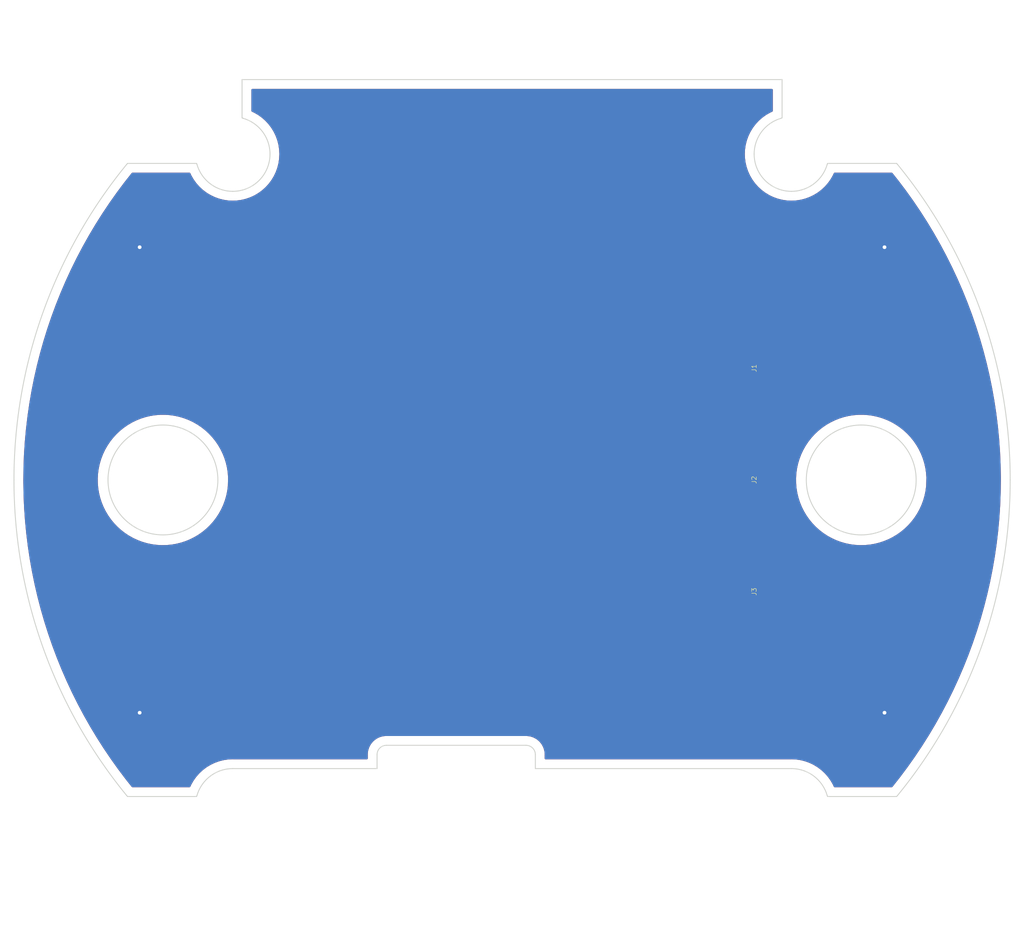
<source format=kicad_pcb>
(kicad_pcb (version 20200724) (host pcbnew "(5.99.0-2407-g46ade4960)")

  (general
    (thickness 1.6)
    (drawings 68)
    (tracks 4)
    (modules 3)
    (nets 23)
  )

  (paper "A4")
  (layers
    (0 "F.Cu" signal)
    (31 "B.Cu" signal)
    (32 "B.Adhes" user)
    (33 "F.Adhes" user)
    (34 "B.Paste" user)
    (35 "F.Paste" user)
    (36 "B.SilkS" user)
    (37 "F.SilkS" user)
    (38 "B.Mask" user)
    (39 "F.Mask" user)
    (40 "Dwgs.User" user)
    (41 "Cmts.User" user)
    (42 "Eco1.User" user)
    (43 "Eco2.User" user)
    (44 "Edge.Cuts" user)
    (45 "Margin" user)
    (46 "B.CrtYd" user)
    (47 "F.CrtYd" user)
    (48 "B.Fab" user)
    (49 "F.Fab" user)
  )

  (setup
    (stackup
      (layer "F.SilkS" (type "Top Silk Screen"))
      (layer "F.Paste" (type "Top Solder Paste"))
      (layer "F.Mask" (type "Top Solder Mask") (color "Green") (thickness 0.01))
      (layer "F.Cu" (type "copper") (thickness 0.035))
      (layer "dielectric 1" (type "core") (thickness 1.51) (material "FR4") (epsilon_r 4.5) (loss_tangent 0.02))
      (layer "B.Cu" (type "copper") (thickness 0.035))
      (layer "B.Mask" (type "Bottom Solder Mask") (color "Green") (thickness 0.01))
      (layer "B.Paste" (type "Bottom Solder Paste"))
      (layer "B.SilkS" (type "Bottom Silk Screen"))
      (copper_finish "None")
      (dielectric_constraints no)
    )
    (pcbplotparams
      (layerselection 0x010c0_ffffffff)
      (usegerberextensions true)
      (usegerberattributes true)
      (usegerberadvancedattributes true)
      (creategerberjobfile true)
      (svguseinch false)
      (svgprecision 6)
      (excludeedgelayer true)
      (linewidth 0.100000)
      (plotframeref false)
      (viasonmask false)
      (mode 1)
      (useauxorigin false)
      (hpglpennumber 1)
      (hpglpenspeed 20)
      (hpglpendiameter 15.000000)
      (psnegative false)
      (psa4output false)
      (plotreference true)
      (plotvalue true)
      (plotinvisibletext false)
      (sketchpadsonfab false)
      (subtractmaskfromsilk false)
      (outputformat 1)
      (mirror false)
      (drillshape 0)
      (scaleselection 1)
      (outputdirectory "export/")
    )
  )

  (net 0 "")
  (net 1 "GND")
  (net 2 "Net-(J1-Pad7)")
  (net 3 "Net-(J1-Pad6)")
  (net 4 "Net-(J1-Pad5)")
  (net 5 "Net-(J1-Pad4)")
  (net 6 "Net-(J1-Pad3)")
  (net 7 "Net-(J1-Pad2)")
  (net 8 "Net-(J1-Pad1)")
  (net 9 "Net-(J2-Pad7)")
  (net 10 "Net-(J2-Pad6)")
  (net 11 "Net-(J2-Pad5)")
  (net 12 "Net-(J2-Pad4)")
  (net 13 "Net-(J2-Pad3)")
  (net 14 "Net-(J2-Pad2)")
  (net 15 "Net-(J2-Pad1)")
  (net 16 "Net-(J3-Pad7)")
  (net 17 "Net-(J3-Pad6)")
  (net 18 "Net-(J3-Pad5)")
  (net 19 "Net-(J3-Pad4)")
  (net 20 "Net-(J3-Pad3)")
  (net 21 "Net-(J3-Pad2)")
  (net 22 "Net-(J3-Pad1)")

  (module "connector:RUUVI_CONNECTOR_FFC" (layer "F.Cu") (tedit 5E4792EC) (tstamp 1d32aa5a-3c88-4ada-909f-2cc82e57c1fe)
    (at 176 88 -90)
    (path "/f6dbefdc-ad51-4096-b418-e468e21dd444")
    (fp_text reference "J1" (at 0 0 90) (layer "F.SilkS")
      (effects (font (size 0.5 0.5) (thickness 0.05)))
      (tstamp 9eb9a48c-7549-4316-8612-802b5879c088)
    )
    (fp_text value "Ruuvi Connector" (at 0 0 90) (layer "F.Fab")
      (effects (font (size 0.5 0.5) (thickness 0.05)))
      (tstamp 15d50e79-028f-45f9-aac9-f8c84118e8d3)
    )
    (fp_text user "Open" (at 0 3.1 90) (layer "F.CrtYd")
      (effects (font (size 0.3 0.3) (thickness 0.03) italic))
      (tstamp 7af58121-96d1-4666-be3d-0cf3869c276f)
    )
    (fp_text user "Closed" (at 0 2.15 90) (layer "F.CrtYd")
      (effects (font (size 0.3 0.3) (thickness 0.03) italic))
      (tstamp 818d4786-094f-4eb0-8533-672e86e8ff98)
    )
    (fp_line (start -4.8 1.6) (end -4.8 2.6) (layer "F.CrtYd") (width 0.05) (tstamp 00f32472-dcdf-4f6d-9b41-54d09b2873f3))
    (fp_line (start 2.4 1.6) (end 4.8 1.6) (layer "F.CrtYd") (width 0.05) (tstamp 01df4d01-5d99-473e-b026-882db6c11343))
    (fp_line (start 4.8 3.6) (end -4.8 3.6) (layer "F.CrtYd") (width 0.05) (tstamp 148d282d-9b39-47b4-a6bf-5a93783509e2))
    (fp_line (start -4.8 1.6) (end -2.4 1.6) (layer "F.CrtYd") (width 0.05) (tstamp 6c7916ec-4a28-4b8c-9d5b-7653596d3fee))
    (fp_line (start -2.2 -1.2) (end 2.2 -1.2) (layer "F.CrtYd") (width 0.05) (tstamp 7e2fc806-7cc5-4975-be9f-dbcd53771b04))
    (fp_line (start -2.4 1.6) (end -2.4 2.6) (layer "F.CrtYd") (width 0.05) (tstamp 8b5653e9-64ce-474d-b277-cb85904281a9))
    (fp_line (start 4.8 2.6) (end 4.8 1.6) (layer "F.CrtYd") (width 0.05) (tstamp 92e09fef-e89e-4b89-9da2-1ebc4cafa8f7))
    (fp_line (start -2.2 2.6) (end -2.2 -1.2) (layer "F.CrtYd") (width 0.05) (tstamp a577a9de-2403-4274-ac44-e41bdf2d4628))
    (fp_line (start 2.2 -1.2) (end 2.2 2.6) (layer "F.CrtYd") (width 0.05) (tstamp df6d6afc-9ac5-4e66-80aa-d5c921d3f488))
    (fp_line (start 2.4 1.6) (end 2.4 2.6) (layer "F.CrtYd") (width 0.05) (tstamp ed3691ad-e186-4f7e-8b61-c3a7ada143e4))
    (fp_line (start -4.8 3.6) (end -4.8 3) (layer "F.CrtYd") (width 0.05) (tstamp f63ec0fb-bbcf-4a47-8cc0-2f86b0c93db3))
    (fp_line (start -4.8 2.6) (end 4.8 2.6) (layer "F.CrtYd") (width 0.05) (tstamp f8b5c38b-ce7e-4819-be32-80c51baebbfd))
    (fp_line (start 4.8 3.6) (end 4.8 3) (layer "F.CrtYd") (width 0.05) (tstamp fbcbc9b6-c1f4-416b-ae04-2c073ccf5aee))
    (pad "1" smd roundrect (at -1.75 -2.2 270) (size 0.3 1.2) (layers "F.Cu" "F.Paste" "F.Mask") (roundrect_rratio 0.167)
      (net 8 "Net-(J1-Pad1)") (pinfunction "Pin_1") (tstamp 7c53939f-8df7-444a-8823-466aec678bf7))
    (pad "2" smd roundrect (at -1.25 -2.2 270) (size 0.3 1.2) (layers "F.Cu" "F.Paste" "F.Mask") (roundrect_rratio 0.167)
      (net 7 "Net-(J1-Pad2)") (pinfunction "Pin_2") (tstamp 08d078a1-48e8-4c31-86a9-0d2537c7304e))
    (pad "3" smd roundrect (at -0.75 -2.2 270) (size 0.3 1.2) (layers "F.Cu" "F.Paste" "F.Mask") (roundrect_rratio 0.167)
      (net 6 "Net-(J1-Pad3)") (pinfunction "Pin_3") (tstamp 7b8d73d5-0c55-4358-af47-5d5d611f4127))
    (pad "4" smd roundrect (at -0.25 -2.2 270) (size 0.3 1.2) (layers "F.Cu" "F.Paste" "F.Mask") (roundrect_rratio 0.167)
      (net 5 "Net-(J1-Pad4)") (pinfunction "Pin_4") (tstamp e85fd27c-676e-4a2b-9272-35c27f62e2c9))
    (pad "5" smd roundrect (at 0.25 -2.2 270) (size 0.3 1.2) (layers "F.Cu" "F.Paste" "F.Mask") (roundrect_rratio 0.167)
      (net 4 "Net-(J1-Pad5)") (pinfunction "Pin_5") (tstamp fdf83802-24cb-4443-b7e8-ce194cf89ca2))
    (pad "6" smd roundrect (at 0.75 -2.2 270) (size 0.3 1.2) (layers "F.Cu" "F.Paste" "F.Mask") (roundrect_rratio 0.167)
      (net 3 "Net-(J1-Pad6)") (pinfunction "Pin_6") (tstamp d603c059-9993-4814-9ab8-413a8fd9751b))
    (pad "7" smd roundrect (at 1.25 -2.2 270) (size 0.3 1.2) (layers "F.Cu" "F.Paste" "F.Mask") (roundrect_rratio 0.167)
      (net 2 "Net-(J1-Pad7)") (pinfunction "Pin_7") (tstamp 26b8db85-f746-40f4-a2d2-e54e40b04780))
    (pad "8" smd roundrect (at 1.75 -2.2 270) (size 0.3 1.2) (layers "F.Cu" "F.Paste" "F.Mask") (roundrect_rratio 0.167)
      (net 1 "GND") (pinfunction "Pin_8") (tstamp b864c550-ce7b-4f51-8a56-2a220de4c97d))
    (pad "~" smd roundrect (at 3.35 -0.03 270) (size 2.2 3.3) (layers "F.Cu" "F.Paste" "F.Mask") (roundrect_rratio 0.045) (tstamp 4dc502bc-7226-4797-bb59-689b0bc1bdfd))
    (pad "~" smd trapezoid (at -2.67 -2.2 270) (size 0.5 0.2) (rect_delta 0.19 0 ) (layers "F.Cu" "F.Mask") (tstamp 598fe9e4-5cfe-415e-b94f-695553ec55d9))
    (pad "~" smd roundrect (at -3.35 -0.03 270) (size 2.2 3.3) (layers "F.Cu" "F.Paste" "F.Mask") (roundrect_rratio 0.045) (tstamp cc795614-5ba6-4618-ab30-857ee9dc6c4e))
    (model "../../kicad-library/3d-components/JUSHUO AFC07-S08ECA-00.wrl"
      (at (xyz 0 0 0))
      (scale (xyz 1 1 1))
      (rotate (xyz 0 0 0))
    )
  )

  (module "connector:RUUVI_CONNECTOR_FFC" (layer "F.Cu") (tedit 5E4792EC) (tstamp ee34f8e8-8f4b-427a-8b2b-51f0a879d7b5)
    (at 176 112 -90)
    (path "/5e80183c-f623-4597-8558-b82295e9cffc")
    (fp_text reference "J3" (at 0 0 90) (layer "F.SilkS")
      (effects (font (size 0.5 0.5) (thickness 0.05)))
      (tstamp 9eb9a48c-7549-4316-8612-802b5879c088)
    )
    (fp_text value "Ruuvi Connector" (at 0 0 90) (layer "F.Fab")
      (effects (font (size 0.5 0.5) (thickness 0.05)))
      (tstamp 15d50e79-028f-45f9-aac9-f8c84118e8d3)
    )
    (fp_text user "Open" (at 0 3.1 90) (layer "F.CrtYd")
      (effects (font (size 0.3 0.3) (thickness 0.03) italic))
      (tstamp 7af58121-96d1-4666-be3d-0cf3869c276f)
    )
    (fp_text user "Closed" (at 0 2.15 90) (layer "F.CrtYd")
      (effects (font (size 0.3 0.3) (thickness 0.03) italic))
      (tstamp 818d4786-094f-4eb0-8533-672e86e8ff98)
    )
    (fp_line (start -4.8 1.6) (end -4.8 2.6) (layer "F.CrtYd") (width 0.05) (tstamp 00f32472-dcdf-4f6d-9b41-54d09b2873f3))
    (fp_line (start 2.4 1.6) (end 4.8 1.6) (layer "F.CrtYd") (width 0.05) (tstamp 01df4d01-5d99-473e-b026-882db6c11343))
    (fp_line (start 4.8 3.6) (end -4.8 3.6) (layer "F.CrtYd") (width 0.05) (tstamp 148d282d-9b39-47b4-a6bf-5a93783509e2))
    (fp_line (start -4.8 1.6) (end -2.4 1.6) (layer "F.CrtYd") (width 0.05) (tstamp 6c7916ec-4a28-4b8c-9d5b-7653596d3fee))
    (fp_line (start -2.2 -1.2) (end 2.2 -1.2) (layer "F.CrtYd") (width 0.05) (tstamp 7e2fc806-7cc5-4975-be9f-dbcd53771b04))
    (fp_line (start -2.4 1.6) (end -2.4 2.6) (layer "F.CrtYd") (width 0.05) (tstamp 8b5653e9-64ce-474d-b277-cb85904281a9))
    (fp_line (start 4.8 2.6) (end 4.8 1.6) (layer "F.CrtYd") (width 0.05) (tstamp 92e09fef-e89e-4b89-9da2-1ebc4cafa8f7))
    (fp_line (start -2.2 2.6) (end -2.2 -1.2) (layer "F.CrtYd") (width 0.05) (tstamp a577a9de-2403-4274-ac44-e41bdf2d4628))
    (fp_line (start 2.2 -1.2) (end 2.2 2.6) (layer "F.CrtYd") (width 0.05) (tstamp df6d6afc-9ac5-4e66-80aa-d5c921d3f488))
    (fp_line (start 2.4 1.6) (end 2.4 2.6) (layer "F.CrtYd") (width 0.05) (tstamp ed3691ad-e186-4f7e-8b61-c3a7ada143e4))
    (fp_line (start -4.8 3.6) (end -4.8 3) (layer "F.CrtYd") (width 0.05) (tstamp f63ec0fb-bbcf-4a47-8cc0-2f86b0c93db3))
    (fp_line (start -4.8 2.6) (end 4.8 2.6) (layer "F.CrtYd") (width 0.05) (tstamp f8b5c38b-ce7e-4819-be32-80c51baebbfd))
    (fp_line (start 4.8 3.6) (end 4.8 3) (layer "F.CrtYd") (width 0.05) (tstamp fbcbc9b6-c1f4-416b-ae04-2c073ccf5aee))
    (pad "1" smd roundrect (at -1.75 -2.2 270) (size 0.3 1.2) (layers "F.Cu" "F.Paste" "F.Mask") (roundrect_rratio 0.167)
      (net 22 "Net-(J3-Pad1)") (pinfunction "Pin_1") (tstamp 1b5b7b70-057a-4402-88d0-fc9fb360db2e))
    (pad "2" smd roundrect (at -1.25 -2.2 270) (size 0.3 1.2) (layers "F.Cu" "F.Paste" "F.Mask") (roundrect_rratio 0.167)
      (net 21 "Net-(J3-Pad2)") (pinfunction "Pin_2") (tstamp 128f55ce-9a5a-4e17-8d77-1ebdcb539d74))
    (pad "3" smd roundrect (at -0.75 -2.2 270) (size 0.3 1.2) (layers "F.Cu" "F.Paste" "F.Mask") (roundrect_rratio 0.167)
      (net 20 "Net-(J3-Pad3)") (pinfunction "Pin_3") (tstamp e4fe4dca-4cc7-426a-80a6-f32c3a52bc3c))
    (pad "4" smd roundrect (at -0.25 -2.2 270) (size 0.3 1.2) (layers "F.Cu" "F.Paste" "F.Mask") (roundrect_rratio 0.167)
      (net 19 "Net-(J3-Pad4)") (pinfunction "Pin_4") (tstamp 7dde0400-ced7-4c97-85e5-dff158b20a69))
    (pad "5" smd roundrect (at 0.25 -2.2 270) (size 0.3 1.2) (layers "F.Cu" "F.Paste" "F.Mask") (roundrect_rratio 0.167)
      (net 18 "Net-(J3-Pad5)") (pinfunction "Pin_5") (tstamp 955b1e5d-84a1-4a29-8d99-92c4b2964171))
    (pad "6" smd roundrect (at 0.75 -2.2 270) (size 0.3 1.2) (layers "F.Cu" "F.Paste" "F.Mask") (roundrect_rratio 0.167)
      (net 17 "Net-(J3-Pad6)") (pinfunction "Pin_6") (tstamp f4a515b4-49a4-432d-8376-b5ef8caf7b4c))
    (pad "7" smd roundrect (at 1.25 -2.2 270) (size 0.3 1.2) (layers "F.Cu" "F.Paste" "F.Mask") (roundrect_rratio 0.167)
      (net 16 "Net-(J3-Pad7)") (pinfunction "Pin_7") (tstamp c414d136-b005-43ca-a2cb-37402c5c5bc2))
    (pad "8" smd roundrect (at 1.75 -2.2 270) (size 0.3 1.2) (layers "F.Cu" "F.Paste" "F.Mask") (roundrect_rratio 0.167)
      (net 1 "GND") (pinfunction "Pin_8") (tstamp abfd35d0-3c96-4ba0-b8ad-cfa625d1e2c7))
    (pad "~" smd roundrect (at -3.35 -0.03 270) (size 2.2 3.3) (layers "F.Cu" "F.Paste" "F.Mask") (roundrect_rratio 0.045) (tstamp 303731f1-1580-41ae-9ee7-fb613c59397f))
    (pad "~" smd trapezoid (at -2.67 -2.2 270) (size 0.5 0.2) (rect_delta 0.19 0 ) (layers "F.Cu" "F.Mask") (tstamp 31fa0b57-49b6-48cf-88ee-d3fc829d2dc0))
    (pad "~" smd roundrect (at 3.35 -0.03 270) (size 2.2 3.3) (layers "F.Cu" "F.Paste" "F.Mask") (roundrect_rratio 0.045) (tstamp b7bfbcbc-86cf-4941-a74c-07fbf144a8e1))
    (model "../../kicad-library/3d-components/JUSHUO AFC07-S08ECA-00.wrl"
      (at (xyz 0 0 0))
      (scale (xyz 1 1 1))
      (rotate (xyz 0 0 0))
    )
  )

  (module "connector:RUUVI_CONNECTOR_FFC" (layer "F.Cu") (tedit 5E4792EC) (tstamp ef455597-9314-4a6d-8adf-9ee9ec9486a0)
    (at 176 100 -90)
    (path "/347305c2-306c-493c-93f0-5972960e539f")
    (fp_text reference "J2" (at 0 0 90) (layer "F.SilkS")
      (effects (font (size 0.5 0.5) (thickness 0.05)))
      (tstamp 9eb9a48c-7549-4316-8612-802b5879c088)
    )
    (fp_text value "Ruuvi Connector" (at 0 0 90) (layer "F.Fab")
      (effects (font (size 0.5 0.5) (thickness 0.05)))
      (tstamp 15d50e79-028f-45f9-aac9-f8c84118e8d3)
    )
    (fp_text user "Open" (at 0 3.1 90) (layer "F.CrtYd")
      (effects (font (size 0.3 0.3) (thickness 0.03) italic))
      (tstamp 7af58121-96d1-4666-be3d-0cf3869c276f)
    )
    (fp_text user "Closed" (at 0 2.15 90) (layer "F.CrtYd")
      (effects (font (size 0.3 0.3) (thickness 0.03) italic))
      (tstamp 818d4786-094f-4eb0-8533-672e86e8ff98)
    )
    (fp_line (start -4.8 1.6) (end -4.8 2.6) (layer "F.CrtYd") (width 0.05) (tstamp 00f32472-dcdf-4f6d-9b41-54d09b2873f3))
    (fp_line (start 2.4 1.6) (end 4.8 1.6) (layer "F.CrtYd") (width 0.05) (tstamp 01df4d01-5d99-473e-b026-882db6c11343))
    (fp_line (start 4.8 3.6) (end -4.8 3.6) (layer "F.CrtYd") (width 0.05) (tstamp 148d282d-9b39-47b4-a6bf-5a93783509e2))
    (fp_line (start -4.8 1.6) (end -2.4 1.6) (layer "F.CrtYd") (width 0.05) (tstamp 6c7916ec-4a28-4b8c-9d5b-7653596d3fee))
    (fp_line (start -2.2 -1.2) (end 2.2 -1.2) (layer "F.CrtYd") (width 0.05) (tstamp 7e2fc806-7cc5-4975-be9f-dbcd53771b04))
    (fp_line (start -2.4 1.6) (end -2.4 2.6) (layer "F.CrtYd") (width 0.05) (tstamp 8b5653e9-64ce-474d-b277-cb85904281a9))
    (fp_line (start 4.8 2.6) (end 4.8 1.6) (layer "F.CrtYd") (width 0.05) (tstamp 92e09fef-e89e-4b89-9da2-1ebc4cafa8f7))
    (fp_line (start -2.2 2.6) (end -2.2 -1.2) (layer "F.CrtYd") (width 0.05) (tstamp a577a9de-2403-4274-ac44-e41bdf2d4628))
    (fp_line (start 2.2 -1.2) (end 2.2 2.6) (layer "F.CrtYd") (width 0.05) (tstamp df6d6afc-9ac5-4e66-80aa-d5c921d3f488))
    (fp_line (start 2.4 1.6) (end 2.4 2.6) (layer "F.CrtYd") (width 0.05) (tstamp ed3691ad-e186-4f7e-8b61-c3a7ada143e4))
    (fp_line (start -4.8 3.6) (end -4.8 3) (layer "F.CrtYd") (width 0.05) (tstamp f63ec0fb-bbcf-4a47-8cc0-2f86b0c93db3))
    (fp_line (start -4.8 2.6) (end 4.8 2.6) (layer "F.CrtYd") (width 0.05) (tstamp f8b5c38b-ce7e-4819-be32-80c51baebbfd))
    (fp_line (start 4.8 3.6) (end 4.8 3) (layer "F.CrtYd") (width 0.05) (tstamp fbcbc9b6-c1f4-416b-ae04-2c073ccf5aee))
    (pad "1" smd roundrect (at -1.75 -2.2 270) (size 0.3 1.2) (layers "F.Cu" "F.Paste" "F.Mask") (roundrect_rratio 0.167)
      (net 15 "Net-(J2-Pad1)") (pinfunction "Pin_1") (tstamp 854f2723-a4fc-4d9f-9b10-c35d06b827ba))
    (pad "2" smd roundrect (at -1.25 -2.2 270) (size 0.3 1.2) (layers "F.Cu" "F.Paste" "F.Mask") (roundrect_rratio 0.167)
      (net 14 "Net-(J2-Pad2)") (pinfunction "Pin_2") (tstamp 433a56da-6d07-484d-8c1a-8a6143b903c5))
    (pad "3" smd roundrect (at -0.75 -2.2 270) (size 0.3 1.2) (layers "F.Cu" "F.Paste" "F.Mask") (roundrect_rratio 0.167)
      (net 13 "Net-(J2-Pad3)") (pinfunction "Pin_3") (tstamp 86a95225-8cf9-4824-be00-bf6f9c2c5ca8))
    (pad "4" smd roundrect (at -0.25 -2.2 270) (size 0.3 1.2) (layers "F.Cu" "F.Paste" "F.Mask") (roundrect_rratio 0.167)
      (net 12 "Net-(J2-Pad4)") (pinfunction "Pin_4") (tstamp 664b89bd-7147-40b4-8d3f-580d1681ad75))
    (pad "5" smd roundrect (at 0.25 -2.2 270) (size 0.3 1.2) (layers "F.Cu" "F.Paste" "F.Mask") (roundrect_rratio 0.167)
      (net 11 "Net-(J2-Pad5)") (pinfunction "Pin_5") (tstamp 7cda68f5-5efa-4f1d-bf58-80f743021bf0))
    (pad "6" smd roundrect (at 0.75 -2.2 270) (size 0.3 1.2) (layers "F.Cu" "F.Paste" "F.Mask") (roundrect_rratio 0.167)
      (net 10 "Net-(J2-Pad6)") (pinfunction "Pin_6") (tstamp e175e8c0-36ac-42a0-975d-adc811235ff4))
    (pad "7" smd roundrect (at 1.25 -2.2 270) (size 0.3 1.2) (layers "F.Cu" "F.Paste" "F.Mask") (roundrect_rratio 0.167)
      (net 9 "Net-(J2-Pad7)") (pinfunction "Pin_7") (tstamp 8885b645-33bd-45ed-904f-b9d5b90dfe7b))
    (pad "8" smd roundrect (at 1.75 -2.2 270) (size 0.3 1.2) (layers "F.Cu" "F.Paste" "F.Mask") (roundrect_rratio 0.167)
      (net 1 "GND") (pinfunction "Pin_8") (tstamp ace1566d-f0b0-4d01-bf05-f80317639381))
    (pad "~" smd roundrect (at 3.35 -0.03 270) (size 2.2 3.3) (layers "F.Cu" "F.Paste" "F.Mask") (roundrect_rratio 0.045) (tstamp 00737427-aa07-4015-880e-0c8deba06f1a))
    (pad "~" smd trapezoid (at -2.67 -2.2 270) (size 0.5 0.2) (rect_delta 0.19 0 ) (layers "F.Cu" "F.Mask") (tstamp 601cd904-cbdb-4f9a-b717-2a75b7e4ffb7))
    (pad "~" smd roundrect (at -3.35 -0.03 270) (size 2.2 3.3) (layers "F.Cu" "F.Paste" "F.Mask") (roundrect_rratio 0.045) (tstamp b02f2ac6-18eb-45b9-b008-b088570405fd))
    (model "../../kicad-library/3d-components/JUSHUO AFC07-S08ECA-00.wrl"
      (at (xyz 0 0 0))
      (scale (xyz 1 1 1))
      (rotate (xyz 0 0 0))
    )
  )

  (gr_line (start 136 149.5) (end 130 147.5) (layer "Dwgs.User") (width 0.1) (tstamp 0ea5c6f0-9587-44f9-87f1-bc2f48c65f25))
  (gr_arc (start 151.2 137.2) (end 150.4 137.2) (angle 180) (layer "Dwgs.User") (width 0.1) (tstamp 0f5940fe-467b-4a97-b97d-125690ed254e))
  (gr_line (start 120 62.7) (end 120 58.2) (layer "Dwgs.User") (width 0.1) (tstamp 1beda231-716d-4a1b-9b43-da8841cb0ffe))
  (gr_arc (start 150 100) (end 150 48.5) (angle 35.29334759) (layer "Dwgs.User") (width 0.1) (tstamp 242396fb-96f7-49c8-a850-bb7cbda2f8fe))
  (gr_line (start 152 137.2) (end 152 149.5) (layer "Dwgs.User") (width 0.1) (tstamp 279ec8d3-d219-4d82-a3fd-4acbd6c2e8fd))
  (gr_arc (start 120 65) (end 120 62.7) (angle 180) (layer "Dwgs.User") (width 0.1) (tstamp 375caabe-f529-4299-9060-1a31d8376bdd))
  (gr_arc (start 120 135) (end 120 132.7) (angle 180) (layer "Dwgs.User") (width 0.1) (tstamp 402b3470-4b6a-44f3-a892-586386ef31de))
  (gr_line (start 170 147.5) (end 176 144.5) (layer "Dwgs.User") (width 0.1) (tstamp 47877b6f-dfb8-400a-82de-be37750b19c2))
  (gr_line (start 152 149.5) (end 164 149.5) (layer "Dwgs.User") (width 0.1) (tstamp 5d7fbce4-eb31-4ae4-a4ac-d4504ddc7446))
  (gr_line (start 130 147.5) (end 124 144.5) (layer "Dwgs.User") (width 0.1) (tstamp 5e7e4f29-ff9c-4955-8750-67feee1c3e26))
  (gr_line (start 180.000001 137.300001) (end 180 141.8) (layer "Dwgs.User") (width 0.1) (tstamp 645b2cca-34b3-444e-878c-2100bcbc5114))
  (gr_line (start 120 132.7) (end 120 67.3) (layer "Dwgs.User") (width 0.1) (tstamp 659baf70-05fe-495d-94a0-5a1c8363e7a4))
  (gr_arc (start 180 135) (end 180 137.3) (angle 180) (layer "Dwgs.User") (width 0.1) (tstamp 67e8ce98-d731-409e-9c66-5715a8ee4c18))
  (gr_line (start 164 149.5) (end 170 147.5) (layer "Dwgs.User") (width 0.1) (tstamp 702a52d4-60e3-4e71-8856-b263f1e90aee))
  (gr_line (start 136.5 129.4) (end 151.5 129.4) (layer "Dwgs.User") (width 0.1) (tstamp 76b31c6d-bc01-4aed-9aea-91e528a36102))
  (gr_line (start 151.5 129.4) (end 151.5 143) (layer "Dwgs.User") (width 0.1) (tstamp 7ac4f87e-9601-43ab-b77a-bbf85904af5e))
  (gr_arc (start 150 100) (end 150 48.5) (angle -35.29334759) (layer "Dwgs.User") (width 0.1) (tstamp 7f944dd1-ef5d-4b92-9fd1-102a48001aeb))
  (gr_line (start 136 137.2) (end 136 149.5) (layer "Dwgs.User") (width 0.1) (tstamp 8f9e4641-cd13-46de-98d4-963c3dd376e2))
  (gr_line (start 124 144.5) (end 120 141.8) (layer "Dwgs.User") (width 0.1) (tstamp a06f3bdf-dda1-438f-a497-1d7e1985cfd8))
  (gr_line (start 120.000001 137.300001) (end 120 141.8) (layer "Dwgs.User") (width 0.1) (tstamp ae1fba3f-7cd7-4043-8bcc-5f251477ea1b))
  (gr_line (start 176 144.5) (end 180 141.8) (layer "Dwgs.User") (width 0.1) (tstamp b7dcaa26-80bf-48a0-8845-a09fb892c2b2))
  (gr_line (start 136.5 129.4) (end 136.5 143) (layer "Dwgs.User") (width 0.1) (tstamp bf165827-11f5-441e-b14a-cd12f0193dec))
  (gr_arc (start 180 65) (end 180 67.300001) (angle 180) (layer "Dwgs.User") (width 0.1) (tstamp bf8374a3-6283-40a9-9950-ba5b1413ba54))
  (gr_line (start 180 62.7) (end 180 58.2) (layer "Dwgs.User") (width 0.1) (tstamp eefd3024-d387-40fa-92c3-94d7883beedd))
  (gr_arc (start 136.8 137.2) (end 136 137.2) (angle 180) (layer "Dwgs.User") (width 0.1) (tstamp f96f7dc8-e124-4ece-b9b1-5c4312ab1f7f))
  (gr_line (start 137.6 137.2) (end 150.4 137.2) (layer "Dwgs.User") (width 0.1) (tstamp facfd6f7-1ba9-41a9-b9c4-8aa9ebbc2623))
  (gr_line (start 180 67.300001) (end 180 132.7) (layer "Dwgs.User") (width 0.1) (tstamp fce5683e-0e09-4443-b52e-bcfb8dd905c2))
  (gr_line (start 108.7 134) (end 108.606652 133.894553) (layer "Edge.Cuts") (width 0.1) (tstamp 0a00750c-cd22-40df-8b15-276d32d18aed))
  (gr_line (start 135.5 131) (end 120 131) (layer "Edge.Cuts") (width 0.1) (tstamp 1097435d-2808-4ae1-8ce6-379fec4862fe))
  (gr_arc (start 151.5 129.5) (end 151.5 128.5) (angle 90) (layer "Edge.Cuts") (width 0.1) (tstamp 168eccdc-c36e-4591-ac33-9adb406ca094))
  (gr_line (start 179.000003 61.100002) (end 179.000002 57) (layer "Edge.Cuts") (width 0.1) (tstamp 1e7b3f00-64f6-4dee-abe9-4e54a266baac))
  (gr_line (start 152.5 129.5) (end 152.5 131) (layer "Edge.Cuts") (width 0.1) (tstamp 2109174d-7d1c-46df-90bb-bfee3a0685da))
  (gr_line (start 183.900001 66.000001) (end 183.849798 66.08584) (layer "Edge.Cuts") (width 0.1) (tstamp 269c0067-0cc4-443a-8d44-b0b4985a118e))
  (gr_line (start 116.1 134) (end 108.7 134) (layer "Edge.Cuts") (width 0.1) (tstamp 285e3433-207e-46d5-8dd3-548275a3eb47))
  (gr_line (start 108.700001 65.999999) (end 108.606652 66.105447) (layer "Edge.Cuts") (width 0.1) (tstamp 2f218212-e73e-40a6-a6e1-c529b29206a5))
  (gr_line (start 179.000003 61.100002) (end 178.91416 61.1502) (layer "Edge.Cuts") (width 0.1) (tstamp 39c9c8a1-f2b8-49e5-9135-215fa9a8e12a))
  (gr_line (start 116.100002 66.000001) (end 116.150201 66.08584) (layer "Edge.Cuts") (width 0.1) (tstamp 3fadc674-d0f9-4079-a29b-38208714fe55))
  (gr_arc (start 120 135) (end 120 131) (angle -74.24882634) (layer "Edge.Cuts") (width 0.1) (tstamp 4c4cd496-b922-431a-89e8-f924f5444b78))
  (gr_circle (center 187.5 100) (end 193.4 100) (layer "Edge.Cuts") (width 0.1) (tstamp 4f586047-cada-443a-88e8-396f2c2210ca))
  (gr_line (start 183.9 134) (end 191.3 134) (layer "Edge.Cuts") (width 0.1) (tstamp 56f9af01-1f59-4237-9a43-dfe1987c569d))
  (gr_line (start 121 57) (end 179.000002 57) (layer "Edge.Cuts") (width 0.1) (tstamp 6524ce27-615d-487b-bb31-85e1b216ba02))
  (gr_line (start 135.5 131) (end 135.5 129.5) (layer "Edge.Cuts") (width 0.1) (tstamp 65d05652-ebfd-4237-8d05-17fb428b86f4))
  (gr_line (start 121 61.1) (end 121 57) (layer "Edge.Cuts") (width 0.1) (tstamp 7a645069-7a8b-4880-ae73-03ebd070c618))
  (gr_arc (start 180 65) (end 176 65) (angle 74.24882634) (layer "Edge.Cuts") (width 0.1) (tstamp 7ab2679f-e5a4-4bba-882a-0493c6b4b1d8))
  (gr_line (start 136.5 128.5) (end 151.5 128.5) (layer "Edge.Cuts") (width 0.1) (tstamp 7cfaf1f4-fda2-474b-b2a1-44f4d7a99cf8))
  (gr_line (start 152.5 131) (end 180 131) (layer "Edge.Cuts") (width 0.1) (tstamp 80ef1401-cac8-4427-b456-c28f1ad28e0f))
  (gr_arc (start 180 65) (end 180 69) (angle -74.24882634) (layer "Edge.Cuts") (width 0.1) (tstamp 8a2dfe3a-c5a6-45dc-b50e-195b8c1f346c))
  (gr_arc (start 150 100) (end 96.5 100) (angle -39.31200875) (layer "Edge.Cuts") (width 0.1) (tstamp 9b4a4ff6-1e16-437f-a8ed-f8e68fa95e5b))
  (gr_line (start 183.9 134) (end 183.849799 133.914159) (layer "Edge.Cuts") (width 0.1) (tstamp 9efab617-7c7e-4247-8456-f795a8bd454c))
  (gr_arc (start 180 65) (end 180 69) (angle 90) (layer "Edge.Cuts") (width 0.1) (tstamp a0e1a5f5-ffb2-495e-a48d-3e62e41f9a85))
  (gr_line (start 121 61.1) (end 121.085841 61.150201) (layer "Edge.Cuts") (width 0.1) (tstamp a70d73b9-3452-4bb5-ad98-8bf0ef325913))
  (gr_arc (start 120 65) (end 120 69) (angle -90) (layer "Edge.Cuts") (width 0.1) (tstamp a92c5d19-b8eb-48df-8e3c-28facbe7ed98))
  (gr_arc (start 150 100) (end 203.5 100) (angle 39.31200875) (layer "Edge.Cuts") (width 0.1) (tstamp b0aaaf9b-6acd-46bf-8c0d-f4ae69b434c6))
  (gr_line (start 116.100002 66.000001) (end 108.700001 65.999999) (layer "Edge.Cuts") (width 0.1) (tstamp b22c3e86-b29a-416a-8353-1ea03e018953))
  (gr_line (start 191.299999 65.999999) (end 191.393349 66.105448) (layer "Edge.Cuts") (width 0.1) (tstamp b9ae44bf-ba52-43d0-ba49-b55bfbf94091))
  (gr_circle (center 112.5 100) (end 118.4 100) (layer "Edge.Cuts") (width 0.1) (tstamp ba621d0c-c431-4bd3-8f90-afed39249689))
  (gr_line (start 183.900001 66.000001) (end 191.299999 65.999999) (layer "Edge.Cuts") (width 0.1) (tstamp bc7c4770-86b2-4b7a-a576-c2fcdd441870))
  (gr_arc (start 136.5 129.5) (end 135.5 129.5) (angle 90) (layer "Edge.Cuts") (width 0.1) (tstamp d2b6d921-ecec-41ac-9d3b-10a111ba9fe0))
  (gr_line (start 191.3 134) (end 191.393348 133.894553) (layer "Edge.Cuts") (width 0.1) (tstamp db11f596-721c-4794-9eee-8092dea12be9))
  (gr_line (start 116.1 134) (end 116.150201 133.914159) (layer "Edge.Cuts") (width 0.1) (tstamp e34f277b-1f7a-4cd9-8f1d-4ec3245eae39))
  (gr_arc (start 150 99.999999) (end 203.499998 100) (angle -39.31200875) (layer "Edge.Cuts") (width 0.1) (tstamp ea555c06-1062-4a22-ac2b-205bbb690388))
  (gr_arc (start 180 135) (end 180 131) (angle 74.24882634) (layer "Edge.Cuts") (width 0.1) (tstamp f0c5265b-8072-4dec-87f8-4b934f65b32d))
  (gr_arc (start 120 65) (end 120 69) (angle 74.24882634) (layer "Edge.Cuts") (width 0.1) (tstamp f5ff2dbf-5109-4697-bee9-d168b4dd9045))
  (gr_arc (start 120 65) (end 124 65) (angle -74.24882634) (layer "Edge.Cuts") (width 0.1) (tstamp f8af152f-5d13-4d3b-a5c5-94d3e9b51f88))
  (gr_arc (start 149.999998 100) (end 96.499999 99.999999) (angle 39.31200875) (layer "Edge.Cuts") (width 0.1) (tstamp f90c5629-0f7e-4cec-aa2b-e2376193ced6))
  (gr_text "Room for sensors and antennas" (at 103 100 90) (layer "Dwgs.User") (tstamp 1b60e2ea-1df8-47fe-bc7e-cf35ce0d6dec)
    (effects (font (size 1.5 1.5) (thickness 0.1) italic))
  )
  (gr_text "Room for sensors and antennas" (at 197 100 270) (layer "Dwgs.User") (tstamp 288f9829-786f-4a75-9f77-c3b54ae6a407)
    (effects (font (size 1.5 1.5) (thickness 0.1) italic))
  )
  (gr_text "<-       Mainboard Outlines       ->" (at 150 55) (layer "Dwgs.User") (tstamp bced4673-0eb2-411b-be5a-e99d5c2a6d6f)
    (effects (font (size 1.5 1.5) (thickness 0.1) italic))
  )

  (via (at 190 125) (size 0.8) (drill 0.4) (layers "F.Cu" "B.Cu") (net 1) (tstamp 677a48d0-4e28-4140-8a00-72c516b1ab87))
  (via (at 190 75) (size 0.8) (drill 0.4) (layers "F.Cu" "B.Cu") (net 1) (tstamp 7a87222e-06ff-4db6-b3ca-ed57c135b475))
  (via (at 110 75) (size 0.8) (drill 0.4) (layers "F.Cu" "B.Cu") (net 1) (tstamp 8490623c-7dab-4bea-82b1-f3fc7fdd700d))
  (via (at 110 125) (size 0.8) (drill 0.4) (layers "F.Cu" "B.Cu") (net 1) (tstamp cc63428f-6142-4ed8-82fa-a0dacb8f0214))

  (zone (net 1) (net_name "GND") (layers F&B.Cu) (tstamp bdd32eea-6110-4809-9b18-9be49a9cf25b) (hatch edge 0.508)
    (connect_pads (clearance 0.2))
    (min_thickness 0.2)
    (fill yes (thermal_gap 0.2) (thermal_bridge_width 0.25))
    (polygon
      (pts
        (xy 205 145) (xy 95 145) (xy 95 55) (xy 205 55)
      )
    )
    (filled_polygon
      (layer F.Cu)
      (pts
        (xy 177.901004 60.352817) (xy 177.70611 60.44143) (xy 177.701656 60.443734) (xy 177.697644 60.446075) (xy 177.614217 60.488859)
        (xy 177.611942 60.490101) (xy 177.264698 60.691798) (xy 177.260498 60.69453) (xy 177.256728 60.697263) (xy 177.177969 60.748118)
        (xy 177.17583 60.74958) (xy 176.850331 60.984768) (xy 176.846419 60.987908) (xy 176.842941 60.991002) (xy 176.769624 61.049427)
        (xy 176.76764 61.051094) (xy 176.467111 61.317447) (xy 176.46353 61.32096) (xy 176.460369 61.324392) (xy 176.393229 61.389798)
        (xy 176.391421 61.391654) (xy 176.118833 61.686536) (xy 176.115623 61.690382) (xy 176.112812 61.694118) (xy 176.052496 61.765874)
        (xy 176.050881 61.7679) (xy 175.808927 62.088401) (xy 175.80611 62.092554) (xy 175.803688 62.096547) (xy 175.750802 62.17393)
        (xy 175.749396 62.176107) (xy 175.540471 62.519054) (xy 175.538081 62.523464) (xy 175.53607 62.527673) (xy 175.491129 62.609928)
        (xy 175.489946 62.612235) (xy 175.316115 62.974237) (xy 175.314176 62.978861) (xy 175.3126 62.983226) (xy 175.276039 63.06957)
        (xy 175.275091 63.071982) (xy 175.138074 63.449459) (xy 175.136604 63.454254) (xy 175.135465 63.458774) (xy 175.107668 63.548296)
        (xy 175.106964 63.550791) (xy 175.008115 63.940006) (xy 175.007129 63.94492) (xy 175.006444 63.949535) (xy 174.987674 64.041381)
        (xy 174.987222 64.043933) (xy 174.92752 64.441042) (xy 174.927026 64.446028) (xy 174.926802 64.450694) (xy 174.917247 64.543942)
        (xy 174.917051 64.546526) (xy 174.897084 64.947602) (xy 174.897088 64.952612) (xy 174.897612 64.962791) (xy 174.89661 65.039463)
        (xy 174.896643 65.042055) (xy 174.909124 65.359689) (xy 174.909573 65.364679) (xy 174.911 65.374773) (xy 174.916816 65.451227)
        (xy 174.917081 65.453806) (xy 174.968454 65.852081) (xy 174.969347 65.857017) (xy 174.970408 65.861554) (xy 174.986766 65.953856)
        (xy 174.987285 65.956396) (xy 175.07796 66.347595) (xy 175.079336 66.35241) (xy 175.080836 66.356805) (xy 175.10629 66.447054)
        (xy 175.107058 66.44953) (xy 175.236141 66.829792) (xy 175.237992 66.834454) (xy 175.239917 66.838668) (xy 175.274208 66.925941)
        (xy 175.275219 66.928327) (xy 175.44143 67.29389) (xy 175.443734 67.298344) (xy 175.446075 67.302356) (xy 175.488859 67.385783)
        (xy 175.490101 67.388058) (xy 175.691797 67.735303) (xy 175.694531 67.739505) (xy 175.697272 67.743285) (xy 175.748118 67.822031)
        (xy 175.74958 67.82417) (xy 175.984768 68.149668) (xy 175.987907 68.15358) (xy 175.991001 68.157058) (xy 176.049425 68.230376)
        (xy 176.051093 68.23236) (xy 176.317447 68.532889) (xy 176.320961 68.53647) (xy 176.324388 68.539627) (xy 176.389796 68.60677)
        (xy 176.391653 68.608579) (xy 176.686535 68.881166) (xy 176.690379 68.884375) (xy 176.6941 68.887174) (xy 176.765873 68.947505)
        (xy 176.7679 68.94912) (xy 177.088399 69.191071) (xy 177.092545 69.193883) (xy 177.096517 69.196293) (xy 177.173929 69.249199)
        (xy 177.176106 69.250604) (xy 177.519051 69.459528) (xy 177.523455 69.461914) (xy 177.527667 69.463928) (xy 177.609931 69.508872)
        (xy 177.612236 69.510054) (xy 177.974237 69.683885) (xy 177.978861 69.685824) (xy 177.983226 69.6874) (xy 178.06957 69.723961)
        (xy 178.071982 69.724909) (xy 178.449459 69.861925) (xy 178.454251 69.863395) (xy 178.458771 69.864535) (xy 178.548295 69.892332)
        (xy 178.55079 69.893036) (xy 178.940006 69.991885) (xy 178.94492 69.992871) (xy 178.949535 69.993556) (xy 179.041381 70.012326)
        (xy 179.043933 70.012778) (xy 179.441042 70.07248) (xy 179.446027 70.072973) (xy 179.450687 70.073198) (xy 179.543942 70.082753)
        (xy 179.546526 70.082949) (xy 179.947601 70.102916) (xy 179.952611 70.102912) (xy 179.955445 70.102766) (xy 179.971548 70.102766)
        (xy 179.997495 70.104093) (xy 180.000086 70.104158) (xy 180.014277 70.10414) (xy 180.019281 70.10388) (xy 180.030108 70.102767)
        (xy 180.064271 70.102767) (xy 180.066862 70.102699) (xy 180.467884 70.08169) (xy 180.472869 70.081175) (xy 180.47745 70.080466)
        (xy 180.570757 70.071154) (xy 180.573328 70.070829) (xy 180.970282 70.010095) (xy 180.975192 70.009087) (xy 180.979705 70.00792)
        (xy 181.0716 69.989393) (xy 181.074126 69.988815) (xy 181.463086 69.888956) (xy 181.467874 69.887464) (xy 181.472248 69.885855)
        (xy 181.56185 69.858292) (xy 181.564306 69.857465) (xy 181.941422 69.719468) (xy 181.946032 69.717512) (xy 181.950245 69.715467)
        (xy 182.036649 69.679148) (xy 182.039011 69.678081) (xy 182.400561 69.50331) (xy 182.404962 69.5009) (xy 182.408923 69.498463)
        (xy 182.491309 69.453734) (xy 182.493553 69.452438) (xy 182.835956 69.242624) (xy 182.840092 69.239792) (xy 182.843792 69.236973)
        (xy 182.921337 69.184275) (xy 182.923442 69.182763) (xy 183.24331 68.93998) (xy 183.247142 68.936754) (xy 183.250553 68.933574)
        (xy 183.322474 68.87344) (xy 183.324418 68.871726) (xy 183.618592 68.598374) (xy 183.622085 68.594782) (xy 183.62516 68.591283)
        (xy 183.690755 68.524301) (xy 183.692519 68.522402) (xy 183.958091 68.221182) (xy 183.961214 68.217256) (xy 183.963914 68.213484)
        (xy 184.02254 68.140309) (xy 184.024107 68.138244) (xy 184.258447 67.812138) (xy 184.261162 67.807927) (xy 184.26349 67.803878)
        (xy 184.314543 67.725267) (xy 184.315897 67.723057) (xy 184.51669 67.375292) (xy 184.518972 67.370834) (xy 184.520881 67.366588)
        (xy 184.563886 67.283269) (xy 184.565014 67.280935) (xy 184.647164 67.099001) (xy 190.773324 67.098998) (xy 191.394064 67.877645)
        (xy 192.220698 68.972158) (xy 193.018462 70.088026) (xy 193.786716 71.224356) (xy 194.524983 72.380438) (xy 195.232722 73.555432)
        (xy 195.909444 74.74852) (xy 196.554707 75.95892) (xy 197.168105 77.185878) (xy 197.749128 78.428374) (xy 198.297454 79.685712)
        (xy 198.812663 80.956938) (xy 199.294437 82.241261) (xy 199.742392 83.537658) (xy 200.156312 84.845509) (xy 200.535801 86.16356)
        (xy 200.880693 87.491228) (xy 201.190689 88.827374) (xy 201.465617 90.171238) (xy 201.705263 91.521789) (xy 201.90948 92.878197)
        (xy 202.078118 94.23947) (xy 202.211069 95.604725) (xy 202.308232 96.972926) (xy 202.369546 98.343233) (xy 202.395076 99.720374)
        (xy 202.395822 99.99437) (xy 202.377793 101.371572) (xy 202.323941 102.742187) (xy 202.23423 104.110925) (xy 202.10872 105.476835)
        (xy 201.947491 106.839049) (xy 201.750673 108.196474) (xy 201.518376 109.548371) (xy 201.250773 110.893702) (xy 200.948049 112.231548)
        (xy 200.610414 113.560993) (xy 200.238073 114.881212) (xy 199.831312 116.191198) (xy 199.390419 117.490025) (xy 198.915639 118.776971)
        (xy 198.407366 120.050973) (xy 197.865901 121.311262) (xy 197.291635 122.556944) (xy 196.684952 123.787177) (xy 196.046269 125.001113)
        (xy 195.376063 126.197852) (xy 194.674732 127.376683) (xy 193.942776 128.536762) (xy 193.18071 129.677277) (xy 192.389036 130.797469)
        (xy 191.568331 131.896527) (xy 190.776467 132.901) (xy 184.647181 132.901) (xy 184.55857 132.70611) (xy 184.556266 132.701656)
        (xy 184.553925 132.697644) (xy 184.511141 132.614217) (xy 184.509899 132.611942) (xy 184.308202 132.264698) (xy 184.30547 132.260498)
        (xy 184.302737 132.256728) (xy 184.251882 132.177969) (xy 184.25042 132.17583) (xy 184.015232 131.850331) (xy 184.012092 131.846419)
        (xy 184.008998 131.842941) (xy 183.950573 131.769624) (xy 183.948906 131.76764) (xy 183.682553 131.467111) (xy 183.67904 131.46353)
        (xy 183.675608 131.460369) (xy 183.610202 131.393229) (xy 183.608346 131.391421) (xy 183.313464 131.118833) (xy 183.309618 131.115623)
        (xy 183.305882 131.112812) (xy 183.234126 131.052496) (xy 183.2321 131.050881) (xy 182.911599 130.808927) (xy 182.907446 130.80611)
        (xy 182.903453 130.803688) (xy 182.82607 130.750802) (xy 182.823893 130.749396) (xy 182.480946 130.540471) (xy 182.476536 130.538081)
        (xy 182.472327 130.53607) (xy 182.390072 130.491129) (xy 182.387765 130.489946) (xy 182.025763 130.316115) (xy 182.021139 130.314176)
        (xy 182.016774 130.3126) (xy 181.93043 130.276039) (xy 181.928018 130.275091) (xy 181.550541 130.138074) (xy 181.545746 130.136604)
        (xy 181.541226 130.135465) (xy 181.451704 130.107668) (xy 181.449209 130.106964) (xy 181.059994 130.008115) (xy 181.05508 130.007129)
        (xy 181.050465 130.006444) (xy 180.958619 129.987674) (xy 180.956067 129.987222) (xy 180.558958 129.92752) (xy 180.553972 129.927026)
        (xy 180.549306 129.926802) (xy 180.456058 129.917247) (xy 180.453474 129.917051) (xy 180.052398 129.897084) (xy 180.047386 129.897088)
        (xy 179.971472 129.901) (xy 153.599 129.901) (xy 153.599 129.571157) (xy 153.603431 129.537042) (xy 153.603829 129.529445)
        (xy 153.601133 129.419168) (xy 153.601002 129.416579) (xy 153.588938 129.259803) (xy 153.588301 129.254832) (xy 153.582456 129.222351)
        (xy 153.58078 129.188074) (xy 153.579827 129.180528) (xy 153.557645 129.07247) (xy 153.557058 129.069945) (xy 153.505154 128.87068)
        (xy 153.503646 128.8659) (xy 153.487444 128.822333) (xy 153.475559 128.776044) (xy 153.473108 128.768843) (xy 153.429651 128.667452)
        (xy 153.428568 128.665098) (xy 153.337655 128.480339) (xy 153.335217 128.47596) (xy 153.310586 128.436543) (xy 153.28964 128.393594)
        (xy 153.28579 128.387032) (xy 153.222834 128.296451) (xy 153.2213 128.294362) (xy 153.095094 128.131657) (xy 153.091825 128.127857)
        (xy 153.059767 128.094194) (xy 153.030609 128.056331) (xy 153.025519 128.050677) (xy 152.949564 127.978347) (xy 152.948996 127.977708)
        (xy 152.941681 127.970977) (xy 152.940284 127.969929) (xy 152.787367 127.838864) (xy 152.783401 127.835799) (xy 152.74523 127.80927)
        (xy 152.709058 127.778047) (xy 152.702936 127.773533) (xy 152.609386 127.715076) (xy 152.607153 127.713761) (xy 152.427055 127.613932)
        (xy 152.422554 127.611727) (xy 152.379826 127.593414) (xy 152.338117 127.570103) (xy 152.331212 127.566913) (xy 152.305279 127.557268)
        (xy 152.305741 127.55442) (xy 152.225403 127.527641) (xy 152.224552 127.527366) (xy 152.028875 127.466045) (xy 152.024023 127.46479)
        (xy 151.978491 127.455443) (xy 151.93294 127.440994) (xy 151.925535 127.439257) (xy 151.816522 127.422381) (xy 151.813951 127.422052)
        (xy 151.609091 127.401243) (xy 151.604085 127.400989) (xy 151.393371 127.400988) (xy 151.393254 127.401) (xy 136.571157 127.401)
        (xy 136.537042 127.396569) (xy 136.529445 127.396171) (xy 136.419168 127.398867) (xy 136.416579 127.398998) (xy 136.259803 127.411062)
        (xy 136.254832 127.411699) (xy 136.222351 127.417544) (xy 136.188074 127.41922) (xy 136.180528 127.420173) (xy 136.07247 127.442355)
        (xy 136.069945 127.442942) (xy 135.87068 127.494846) (xy 135.8659 127.496354) (xy 135.822333 127.512556) (xy 135.776044 127.524441)
        (xy 135.768843 127.526892) (xy 135.667452 127.570349) (xy 135.665098 127.571432) (xy 135.480339 127.662345) (xy 135.47596 127.664783)
        (xy 135.436543 127.689414) (xy 135.393594 127.71036) (xy 135.387032 127.71421) (xy 135.296451 127.777166) (xy 135.294362 127.7787)
        (xy 135.131657 127.904906) (xy 135.127857 127.908175) (xy 135.094194 127.940233) (xy 135.056331 127.969391) (xy 135.050677 127.974481)
        (xy 134.97835 128.050433) (xy 134.976678 128.051919) (xy 134.9735 128.055571) (xy 134.973261 128.055829) (xy 134.972319 128.056928)
        (xy 134.968343 128.061497) (xy 134.968133 128.061811) (xy 134.838864 128.212633) (xy 134.835799 128.216599) (xy 134.80927 128.25477)
        (xy 134.778047 128.290942) (xy 134.773533 128.297064) (xy 134.715076 128.390614) (xy 134.713761 128.392847) (xy 134.613932 128.572945)
        (xy 134.611727 128.577446) (xy 134.593414 128.620174) (xy 134.570103 128.661883) (xy 134.566913 128.668788) (xy 134.527956 128.773539)
        (xy 134.527234 128.77587) (xy 134.466045 128.971125) (xy 134.46479 128.975977) (xy 134.455443 129.021509) (xy 134.440994 129.06706)
        (xy 134.439257 129.074465) (xy 134.422381 129.183478) (xy 134.422052 129.186049) (xy 134.401243 129.390909) (xy 134.400989 129.395915)
        (xy 134.400988 129.606616) (xy 134.401001 129.606743) (xy 134.401001 129.901) (xy 120.10209 129.901) (xy 120.060406 129.898868)
        (xy 120.053624 129.897818) (xy 120.04604 129.897234) (xy 120.02845 129.897234) (xy 120.002505 129.895907) (xy 119.999914 129.895842)
        (xy 119.985722 129.89586) (xy 119.980715 129.89612) (xy 119.9699 129.897233) (xy 119.93573 129.897232) (xy 119.933139 129.8973)
        (xy 119.532116 129.91831) (xy 119.527132 129.918825) (xy 119.522551 129.919534) (xy 119.429243 129.928846) (xy 119.426672 129.929171)
        (xy 119.029718 129.989905) (xy 119.024808 129.990913) (xy 119.020295 129.99208) (xy 118.928401 130.010607) (xy 118.925875 130.011185)
        (xy 118.536914 130.111044) (xy 118.532126 130.112536) (xy 118.527752 130.114145) (xy 118.43815 130.141708) (xy 118.435694 130.142535)
        (xy 118.058576 130.280532) (xy 118.053962 130.282491) (xy 118.049745 130.284538) (xy 117.963351 130.320852) (xy 117.960989 130.321919)
        (xy 117.59944 130.496689) (xy 117.595039 130.499099) (xy 117.591058 130.501548) (xy 117.508692 130.546266) (xy 117.506447 130.547562)
        (xy 117.164044 130.757376) (xy 117.159908 130.760208) (xy 117.156208 130.763027) (xy 117.078663 130.815725) (xy 117.076558 130.817237)
        (xy 116.75669 131.06002) (xy 116.752858 131.063246) (xy 116.749447 131.066426) (xy 116.677526 131.12656) (xy 116.675582 131.128274)
        (xy 116.381408 131.401626) (xy 116.377914 131.405219) (xy 116.374831 131.408728) (xy 116.309245 131.475699) (xy 116.30748 131.477598)
        (xy 116.041908 131.778818) (xy 116.038786 131.782744) (xy 116.036086 131.786516) (xy 115.97746 131.859691) (xy 115.975893 131.861756)
        (xy 115.741552 132.187863) (xy 115.738835 132.192078) (xy 115.736526 132.196095) (xy 115.685457 132.274733) (xy 115.684103 132.276943)
        (xy 115.483309 132.624709) (xy 115.481027 132.629168) (xy 115.479114 132.633424) (xy 115.436114 132.716731) (xy 115.434986 132.719064)
        (xy 115.352835 132.901) (xy 109.226672 132.901) (xy 108.605971 132.122404) (xy 107.779301 131.027843) (xy 106.981537 129.911975)
        (xy 106.213277 128.775636) (xy 105.475016 127.619563) (xy 104.767287 126.444585) (xy 104.090555 125.25148) (xy 103.445283 124.041065)
        (xy 102.831893 122.814122) (xy 102.250864 121.571612) (xy 101.702545 120.314289) (xy 101.187335 119.043062) (xy 100.705565 117.75875)
        (xy 100.257603 116.462331) (xy 99.843689 115.154501) (xy 99.602286 114.316053) (xy 174.077082 114.316053) (xy 174.077082 116.383947)
        (xy 174.078035 116.393627) (xy 174.098576 116.496886) (xy 174.106038 116.514903) (xy 174.184251 116.631959) (xy 174.198041 116.645749)
        (xy 174.315097 116.723962) (xy 174.333114 116.731424) (xy 174.436373 116.751965) (xy 174.446053 116.752918) (xy 177.613947 116.752918)
        (xy 177.623627 116.751965) (xy 177.726886 116.731424) (xy 177.744903 116.723962) (xy 177.861959 116.645749) (xy 177.875749 116.631959)
        (xy 177.953962 116.514903) (xy 177.961424 116.496886) (xy 177.981965 116.393627) (xy 177.982918 116.383947) (xy 177.982918 114.316053)
        (xy 177.981965 114.306373) (xy 177.961424 114.203114) (xy 177.961343 114.202918) (xy 178.116007 114.202918) (xy 178.174 114.144925)
        (xy 178.225999 114.144925) (xy 178.283992 114.202918) (xy 178.778894 114.202918) (xy 178.788574 114.201965) (xy 178.877291 114.184317)
        (xy 178.895308 114.176855) (xy 178.995871 114.10966) (xy 179.00966 114.095871) (xy 179.076855 113.995308) (xy 179.084317 113.977291)
        (xy 179.109958 113.84839) (xy 179.050549 113.776) (xy 178.283993 113.775999) (xy 178.226 113.833992) (xy 178.225999 114.144925)
        (xy 178.174 114.144925) (xy 178.174001 113.833993) (xy 178.116008 113.776) (xy 177.349452 113.775999) (xy 177.290042 113.848389)
        (xy 177.309673 113.947082) (xy 174.446053 113.947082) (xy 174.436373 113.948035) (xy 174.333114 113.968576) (xy 174.315097 113.976038)
        (xy 174.198041 114.054251) (xy 174.184251 114.068041) (xy 174.106038 114.185097) (xy 174.098576 114.203114) (xy 174.078035 114.306373)
        (xy 174.077082 114.316053) (xy 99.602286 114.316053) (xy 99.464194 113.836431) (xy 99.119315 112.508808) (xy 98.809307 111.172618)
        (xy 98.534382 109.828763) (xy 98.294737 108.478216) (xy 98.164932 107.616053) (xy 174.077082 107.616053) (xy 174.077082 109.683947)
        (xy 174.078035 109.693627) (xy 174.098576 109.796886) (xy 174.106038 109.814903) (xy 174.184251 109.931959) (xy 174.198041 109.945749)
        (xy 174.315097 110.023962) (xy 174.333114 110.031424) (xy 174.436373 110.051965) (xy 174.446053 110.052918) (xy 177.309674 110.052918)
        (xy 177.298035 110.111426) (xy 177.297082 110.121106) (xy 177.297082 110.378894) (xy 177.298035 110.388574) (xy 177.315683 110.477291)
        (xy 177.323146 110.495308) (xy 177.326281 110.5) (xy 177.323146 110.504692) (xy 177.315683 110.522709) (xy 177.298035 110.611426)
        (xy 177.297082 110.621106) (xy 177.297082 110.878894) (xy 177.298035 110.888574) (xy 177.315683 110.977291) (xy 177.323146 110.995308)
        (xy 177.326281 111) (xy 177.323146 111.004692) (xy 177.315683 111.022709) (xy 177.298035 111.111426) (xy 177.297082 111.121106)
        (xy 177.297082 111.378894) (xy 177.298035 111.388574) (xy 177.315683 111.477291) (xy 177.323146 111.495308) (xy 177.326281 111.5)
        (xy 177.323146 111.504692) (xy 177.315683 111.522709) (xy 177.298035 111.611426) (xy 177.297082 111.621106) (xy 177.297082 111.878894)
        (xy 177.298035 111.888574) (xy 177.315683 111.977291) (xy 177.323146 111.995308) (xy 177.326281 112) (xy 177.323146 112.004692)
        (xy 177.315683 112.022709) (xy 177.298035 112.111426) (xy 177.297082 112.121106) (xy 177.297082 112.378894) (xy 177.298035 112.388574)
        (xy 177.315683 112.477291) (xy 177.323146 112.495308) (xy 177.326281 112.5) (xy 177.323146 112.504692) (xy 177.315683 112.522709)
        (xy 177.298035 112.611426) (xy 177.297082 112.621106) (xy 177.297082 112.878894) (xy 177.298035 112.888574) (xy 177.315683 112.977291)
        (xy 177.323146 112.995308) (xy 177.326281 113) (xy 177.323146 113.004692) (xy 177.315683 113.022709) (xy 177.298035 113.111426)
        (xy 177.297082 113.121106) (xy 177.297082 113.378894) (xy 177.298035 113.388574) (xy 177.315683 113.477291) (xy 177.323146 113.495308)
        (xy 177.326281 113.499999) (xy 177.323145 113.504692) (xy 177.315683 113.522709) (xy 177.290042 113.65161) (xy 177.349451 113.724)
        (xy 178.116008 113.724001) (xy 178.116009 113.724) (xy 179.050548 113.724001) (xy 179.109957 113.651611) (xy 179.084318 113.522709)
        (xy 179.076855 113.504692) (xy 179.073719 113.499999) (xy 179.076854 113.495308) (xy 179.084317 113.477291) (xy 179.101965 113.388574)
        (xy 179.102918 113.378894) (xy 179.102918 113.121106) (xy 179.101965 113.111426) (xy 179.084317 113.022709) (xy 179.076854 113.004692)
        (xy 179.073719 113) (xy 179.076854 112.995308) (xy 179.084317 112.977291) (xy 179.101965 112.888574) (xy 179.102918 112.878894)
        (xy 179.102918 112.621106) (xy 179.101965 112.611426) (xy 179.084317 112.522709) (xy 179.076854 112.504692) (xy 179.073719 112.5)
        (xy 179.076854 112.495308) (xy 179.084317 112.477291) (xy 179.101965 112.388574) (xy 179.102918 112.378894) (xy 179.102918 112.121106)
        (xy 179.101965 112.111426) (xy 179.084317 112.022709) (xy 179.076854 112.004692) (xy 179.073719 112) (xy 179.076854 111.995308)
        (xy 179.084317 111.977291) (xy 179.101965 111.888574) (xy 179.102918 111.878894) (xy 179.102918 111.621106) (xy 179.101965 111.611426)
        (xy 179.084317 111.522709) (xy 179.076854 111.504692) (xy 179.073719 111.5) (xy 179.076854 111.495308) (xy 179.084317 111.477291)
        (xy 179.101965 111.388574) (xy 179.102918 111.378894) (xy 179.102918 111.121106) (xy 179.101965 111.111426) (xy 179.084317 111.022709)
        (xy 179.076854 111.004692) (xy 179.073719 111) (xy 179.076854 110.995308) (xy 179.084317 110.977291) (xy 179.101965 110.888574)
        (xy 179.102918 110.878894) (xy 179.102918 110.621106) (xy 179.101965 110.611426) (xy 179.084317 110.522709) (xy 179.076854 110.504692)
        (xy 179.073719 110.5) (xy 179.076854 110.495308) (xy 179.084317 110.477291) (xy 179.101965 110.388574) (xy 179.102918 110.378894)
        (xy 179.102918 110.121106) (xy 179.101965 110.111426) (xy 179.084317 110.022709) (xy 179.076855 110.004692) (xy 179.00966 109.904129)
        (xy 178.995871 109.89034) (xy 178.895308 109.823145) (xy 178.877291 109.815683) (xy 178.788574 109.798035) (xy 178.778894 109.797082)
        (xy 178.415631 109.797082) (xy 178.418743 109.794867) (xy 178.432119 109.780677) (xy 178.482105 109.700858) (xy 178.486435 109.692148)
        (xy 178.67976 109.183398) (xy 178.682179 109.174736) (xy 178.697985 109.08865) (xy 178.697846 109.069888) (xy 178.678592 108.973087)
        (xy 178.671129 108.95507) (xy 178.61609 108.872699) (xy 178.602301 108.85891) (xy 178.51993 108.803871) (xy 178.501913 108.796408)
        (xy 178.409544 108.778035) (xy 178.399863 108.777082) (xy 178.000503 108.777082) (xy 177.991546 108.777897) (xy 177.982918 108.779481)
        (xy 177.982918 107.616053) (xy 177.981965 107.606373) (xy 177.961424 107.503114) (xy 177.953962 107.485097) (xy 177.875749 107.368041)
        (xy 177.861959 107.354251) (xy 177.744903 107.276038) (xy 177.726886 107.268576) (xy 177.623627 107.248035) (xy 177.613947 107.247082)
        (xy 174.446053 107.247082) (xy 174.436373 107.248035) (xy 174.333114 107.268576) (xy 174.315097 107.276038) (xy 174.198041 107.354251)
        (xy 174.184251 107.368041) (xy 174.106038 107.485097) (xy 174.098576 107.503114) (xy 174.078035 107.606373) (xy 174.077082 107.616053)
        (xy 98.164932 107.616053) (xy 98.090518 107.121803) (xy 97.921879 105.760525) (xy 97.788929 104.395278) (xy 97.691766 103.027074)
        (xy 97.630452 101.656766) (xy 97.604922 100.279626) (xy 97.604177 100.005692) (xy 97.606742 99.809698) (xy 105.398532 99.809698)
        (xy 105.401496 100.092754) (xy 105.404075 100.338982) (xy 105.404253 100.342693) (xy 105.449465 100.870071) (xy 105.449922 100.873758)
        (xy 105.534549 101.396262) (xy 105.53528 101.399905) (xy 105.658845 101.914592) (xy 105.659847 101.91817) (xy 105.821656 102.422145)
        (xy 105.822924 102.425637) (xy 106.022064 102.91606) (xy 106.02359 102.919448) (xy 106.258941 103.393559) (xy 106.260716 103.396822)
        (xy 106.530953 103.851953) (xy 106.532968 103.855074) (xy 106.836571 104.288662) (xy 106.838814 104.291623) (xy 107.17407 104.701227)
        (xy 107.17653 104.704012) (xy 107.541554 105.087325) (xy 107.544215 105.089917) (xy 107.936952 105.444783) (xy 107.9398 105.447169)
        (xy 108.35804 105.771588) (xy 108.361059 105.773753) (xy 108.802445 106.065901) (xy 108.805618 106.067834) (xy 109.267667 106.326064)
        (xy 109.270976 106.327753) (xy 109.751085 106.550613) (xy 109.754512 106.552049) (xy 110.24998 106.738283) (xy 110.253504 106.739459)
        (xy 110.761541 106.88802) (xy 110.765144 106.888928) (xy 111.28289 106.998979) (xy 111.28655 106.999614) (xy 111.81109 107.070535)
        (xy 111.814788 107.070895) (xy 112.343169 107.102286) (xy 112.346884 107.102367) (xy 112.876132 107.094053) (xy 112.879842 107.093855)
        (xy 113.406976 107.045882) (xy 113.410661 107.045407) (xy 113.932714 106.958045) (xy 113.936353 106.957294) (xy 114.450386 106.831036)
        (xy 114.453958 106.830015) (xy 114.957079 106.66557) (xy 114.960564 106.664284) (xy 115.449938 106.462579) (xy 115.453318 106.461035)
        (xy 115.92619 106.223205) (xy 115.929444 106.221412) (xy 116.383154 105.948796) (xy 116.386265 105.946764) (xy 116.818257 105.640897)
        (xy 116.821207 105.638638) (xy 117.229048 105.301242) (xy 117.23182 105.298768) (xy 117.613217 104.93174) (xy 117.615796 104.929066)
        (xy 117.9686 104.534476) (xy 117.970971 104.531615) (xy 118.293196 104.111684) (xy 118.295345 104.108653) (xy 118.585178 103.665743)
        (xy 118.587094 103.66256) (xy 118.842902 103.199166) (xy 118.844574 103.195848) (xy 119.064917 102.714578) (xy 119.066336 102.711144)
        (xy 119.212484 102.316053) (xy 174.077082 102.316053) (xy 174.077082 104.383947) (xy 174.078035 104.393627) (xy 174.098576 104.496886)
        (xy 174.106038 104.514903) (xy 174.184251 104.631959) (xy 174.198041 104.645749) (xy 174.315097 104.723962) (xy 174.333114 104.731424)
        (xy 174.436373 104.751965) (xy 174.446053 104.752918) (xy 177.613947 104.752918) (xy 177.623627 104.751965) (xy 177.726886 104.731424)
        (xy 177.744903 104.723962) (xy 177.861959 104.645749) (xy 177.875749 104.631959) (xy 177.953962 104.514903) (xy 177.961424 104.496886)
        (xy 177.981965 104.393627) (xy 177.982918 104.383947) (xy 177.982918 102.316053) (xy 177.981965 102.306373) (xy 177.961424 102.203114)
        (xy 177.961343 102.202918) (xy 178.116007 102.202918) (xy 178.174 102.144925) (xy 178.225999 102.144925) (xy 178.283992 102.202918)
        (xy 178.778894 102.202918) (xy 178.788574 102.201965) (xy 178.877291 102.184317) (xy 178.895308 102.176855) (xy 178.995871 102.10966)
        (xy 179.00966 102.095871) (xy 179.076855 101.995308) (xy 179.084317 101.977291) (xy 179.109958 101.84839) (xy 179.050549 101.776)
        (xy 178.283993 101.775999) (xy 178.226 101.833992) (xy 178.225999 102.144925) (xy 178.174 102.144925) (xy 178.174001 101.833993)
        (xy 178.116008 101.776) (xy 177.349452 101.775999) (xy 177.290042 101.848389) (xy 177.309673 101.947082) (xy 174.446053 101.947082)
        (xy 174.436373 101.948035) (xy 174.333114 101.968576) (xy 174.315097 101.976038) (xy 174.198041 102.054251) (xy 174.184251 102.068041)
        (xy 174.106038 102.185097) (xy 174.098576 102.203114) (xy 174.078035 102.306373) (xy 174.077082 102.316053) (xy 119.212484 102.316053)
        (xy 119.249973 102.214707) (xy 119.25113 102.211177) (xy 119.397028 101.702369) (xy 119.397917 101.698762) (xy 119.505256 101.180447)
        (xy 119.505872 101.176783) (xy 119.574131 100.651214) (xy 119.574525 100.646175) (xy 119.599118 99.737352) (xy 119.598997 99.732299)
        (xy 119.559259 99.203809) (xy 119.558842 99.200117) (xy 119.479691 98.676755) (xy 119.478998 98.673105) (xy 119.360829 98.157151)
        (xy 119.359864 98.153564) (xy 119.203342 97.647922) (xy 119.202111 97.644417) (xy 119.008117 97.151936) (xy 119.006627 97.148533)
        (xy 118.776253 96.671982) (xy 118.774512 96.6687) (xy 118.509056 96.210764) (xy 118.507074 96.207622) (xy 118.20803 95.770879)
        (xy 118.205817 95.767895) (xy 118.084169 95.616053) (xy 174.077082 95.616053) (xy 174.077082 97.683947) (xy 174.078035 97.693627)
        (xy 174.098576 97.796886) (xy 174.106038 97.814903) (xy 174.184251 97.931959) (xy 174.198041 97.945749) (xy 174.315097 98.023962)
        (xy 174.333114 98.031424) (xy 174.436373 98.051965) (xy 174.446053 98.052918) (xy 177.309674 98.052918) (xy 177.298035 98.111426)
        (xy 177.297082 98.121106) (xy 177.297082 98.378894) (xy 177.298035 98.388574) (xy 177.315683 98.477291) (xy 177.323146 98.495308)
        (xy 177.326281 98.5) (xy 177.323146 98.504692) (xy 177.315683 98.522709) (xy 177.298035 98.611426) (xy 177.297082 98.621106)
        (xy 177.297082 98.878894) (xy 177.298035 98.888574) (xy 177.315683 98.977291) (xy 177.323146 98.995308) (xy 177.326281 99)
        (xy 177.323146 99.004692) (xy 177.315683 99.022709) (xy 177.298035 99.111426) (xy 177.297082 99.121106) (xy 177.297082 99.378894)
        (xy 177.298035 99.388574) (xy 177.315683 99.477291) (xy 177.323146 99.495308) (xy 177.326281 99.5) (xy 177.323146 99.504692)
        (xy 177.315683 99.522709) (xy 177.298035 99.611426) (xy 177.297082 99.621106) (xy 177.297082 99.878894) (xy 177.298035 99.888574)
        (xy 177.315683 99.977291) (xy 177.323146 99.995308) (xy 177.326281 100) (xy 177.323146 100.004692) (xy 177.315683 100.022709)
        (xy 177.298035 100.111426) (xy 177.297082 100.121106) (xy 177.297082 100.378894) (xy 177.298035 100.388574) (xy 177.315683 100.477291)
        (xy 177.323146 100.495308) (xy 177.326281 100.5) (xy 177.323146 100.504692) (xy 177.315683 100.522709) (xy 177.298035 100.611426)
        (xy 177.297082 100.621106) (xy 177.297082 100.878894) (xy 177.298035 100.888574) (xy 177.315683 100.977291) (xy 177.323146 100.995308)
        (xy 177.326281 101) (xy 177.323146 101.004692) (xy 177.315683 101.022709) (xy 177.298035 101.111426) (xy 177.297082 101.121106)
        (xy 177.297082 101.378894) (xy 177.298035 101.388574) (xy 177.315683 101.477291) (xy 177.323146 101.495308) (xy 177.326281 101.499999)
        (xy 177.323145 101.504692) (xy 177.315683 101.522709) (xy 177.290042 101.65161) (xy 177.349451 101.724) (xy 178.116008 101.724001)
        (xy 178.116009 101.724) (xy 179.050548 101.724001) (xy 179.109957 101.651611) (xy 179.084318 101.522709) (xy 179.076855 101.504692)
        (xy 179.073719 101.499999) (xy 179.076854 101.495308) (xy 179.084317 101.477291) (xy 179.101965 101.388574) (xy 179.102918 101.378894)
        (xy 179.102918 101.121106) (xy 179.101965 101.111426) (xy 179.084317 101.022709) (xy 179.076854 101.004692) (xy 179.073719 101)
        (xy 179.076854 100.995308) (xy 179.084317 100.977291) (xy 179.101965 100.888574) (xy 179.102918 100.878894) (xy 179.102918 100.621106)
        (xy 179.101965 100.611426) (xy 179.084317 100.522709) (xy 179.076854 100.504692) (xy 179.073719 100.5) (xy 179.076854 100.495308)
        (xy 179.084317 100.477291) (xy 179.101965 100.388574) (xy 179.102918 100.378894) (xy 179.102918 100.121106) (xy 179.101965 100.111426)
        (xy 179.084317 100.022709) (xy 179.076854 100.004692) (xy 179.073719 100) (xy 179.076854 99.995308) (xy 179.084317 99.977291)
        (xy 179.101965 99.888574) (xy 179.102918 99.878894) (xy 179.102918 99.809698) (xy 180.398532 99.809698) (xy 180.401496 100.092754)
        (xy 180.404075 100.338982) (xy 180.404253 100.342693) (xy 180.449465 100.870071) (xy 180.449922 100.873758) (xy 180.534549 101.396262)
        (xy 180.53528 101.399905) (xy 180.658845 101.914592) (xy 180.659847 101.91817) (xy 180.821656 102.422145) (xy 180.822924 102.425637)
        (xy 181.022064 102.91606) (xy 181.02359 102.919448) (xy 181.258941 103.393559) (xy 181.260716 103.396822) (xy 181.530953 103.851953)
        (xy 181.532968 103.855074) (xy 181.836571 104.288662) (xy 181.838814 104.291623) (xy 182.17407 104.701227) (xy 182.17653 104.704012)
        (xy 182.541554 105.087325) (xy 182.544215 105.089917) (xy 182.936952 105.444783) (xy 182.9398 105.447169) (xy 183.35804 105.771588)
        (xy 183.361059 105.773753) (xy 183.802445 106.065901) (xy 183.805618 106.067834) (xy 184.267667 106.326064) (xy 184.270976 106.327753)
        (xy 184.751085 106.550613) (xy 184.754512 106.552049) (xy 185.24998 106.738283) (xy 185.253504 106.739459) (xy 185.761541 106.88802)
        (xy 185.765144 106.888928) (xy 186.28289 106.998979) (xy 186.28655 106.999614) (xy 186.81109 107.070535) (xy 186.814788 107.070895)
        (xy 187.343169 107.102286) (xy 187.346884 107.102367) (xy 187.876132 107.094053) (xy 187.879842 107.093855) (xy 188.406976 107.045882)
        (xy 188.410661 107.045407) (xy 188.932714 106.958045) (xy 188.936353 106.957294) (xy 189.450386 106.831036) (xy 189.453958 106.830015)
        (xy 189.957079 106.66557) (xy 189.960564 106.664284) (xy 190.449938 106.462579) (xy 190.453318 106.461035) (xy 190.92619 106.223205)
        (xy 190.929444 106.221412) (xy 191.383154 105.948796) (xy 191.386265 105.946764) (xy 191.818257 105.640897) (xy 191.821207 105.638638)
        (xy 192.229048 105.301242) (xy 192.23182 105.298768) (xy 192.613217 104.93174) (xy 192.615796 104.929066) (xy 192.9686 104.534476)
        (xy 192.970971 104.531615) (xy 193.293196 104.111684) (xy 193.295345 104.108653) (xy 193.585178 103.665743) (xy 193.587094 103.66256)
        (xy 193.842902 103.199166) (xy 193.844574 103.195848) (xy 194.064917 102.714578) (xy 194.066336 102.711144) (xy 194.249973 102.214707)
        (xy 194.25113 102.211177) (xy 194.397028 101.702369) (xy 194.397917 101.698762) (xy 194.505256 101.180447) (xy 194.505872 101.176783)
        (xy 194.574131 100.651214) (xy 194.574525 100.646175) (xy 194.599118 99.737352) (xy 194.598997 99.732299) (xy 194.559259 99.203809)
        (xy 194.558842 99.200117) (xy 194.479691 98.676755) (xy 194.478998 98.673105) (xy 194.360829 98.157151) (xy 194.359864 98.153564)
        (xy 194.203342 97.647922) (xy 194.202111 97.644417) (xy 194.008117 97.151936) (xy 194.006627 97.148533) (xy 193.776253 96.671982)
        (xy 193.774512 96.6687) (xy 193.509056 96.210764) (xy 193.507074 96.207622) (xy 193.20803 95.770879) (xy 193.205817 95.767895)
        (xy 192.874868 95.354803) (xy 192.872438 95.351993) (xy 192.511447 94.964878) (xy 192.508813 94.962257) (xy 192.119814 94.603299)
        (xy 192.11699 94.600883) (xy 191.702172 94.272102) (xy 191.699176 94.269905) (xy 191.260873 93.973153) (xy 191.257721 93.971186)
        (xy 190.798401 93.708131) (xy 190.79511 93.706407) (xy 190.31736 93.478532) (xy 190.313949 93.47706) (xy 189.820459 93.285647)
        (xy 189.816947 93.284434) (xy 189.310493 93.130562) (xy 189.3069 93.129616) (xy 188.790335 93.01415) (xy 188.786681 93.013476)
        (xy 188.262913 92.937067) (xy 188.259219 92.936669) (xy 187.731196 92.899746) (xy 187.727482 92.899626) (xy 187.198177 92.902397)
        (xy 187.194465 92.902556) (xy 186.666858 92.945007) (xy 186.663168 92.945444) (xy 186.140228 93.027333) (xy 186.136582 93.028045)
        (xy 185.621254 93.148915) (xy 185.617671 93.149898) (xy 185.112856 93.309066) (xy 185.109357 93.310315) (xy 184.617899 93.506885)
        (xy 184.614503 93.508393) (xy 184.139166 93.741257) (xy 184.135893 93.743016) (xy 183.679353 94.010866) (xy 183.676222 94.012865)
        (xy 183.24105 94.314192) (xy 183.238077 94.31642) (xy 182.826724 94.649528) (xy 182.823926 94.651972) (xy 182.438707 95.014985)
        (xy 182.4361 95.017632) (xy 182.079184 95.408507) (xy 182.076784 95.411342) (xy 181.750178 95.827876) (xy 181.747997 95.830884)
        (xy 181.453543 96.270736) (xy 181.451594 96.273898) (xy 181.190947 96.734588) (xy 181.18924 96.737888) (xy 180.96387 97.216825)
        (xy 180.962415 97.220243) (xy 180.773589 97.714729) (xy 180.772395 97.718248) (xy 180.621176 98.2255) (xy 180.620249 98.229098)
        (xy 180.50749 98.74626) (xy 180.506835 98.749917) (xy 180.433169 99.274078) (xy 180.43279 99.277774) (xy 180.398632 99.805984)
        (xy 180.398532 99.809698) (xy 179.102918 99.809698) (xy 179.102918 99.621106) (xy 179.101965 99.611426) (xy 179.084317 99.522709)
        (xy 179.076854 99.504692) (xy 179.073719 99.5) (xy 179.076854 99.495308) (xy 179.084317 99.477291) (xy 179.101965 99.388574)
        (xy 179.102918 99.378894) (xy 179.102918 99.121106) (xy 179.101965 99.111426) (xy 179.084317 99.022709) (xy 179.076854 99.004692)
        (xy 179.073719 99) (xy 179.076854 98.995308) (xy 179.084317 98.977291) (xy 179.101965 98.888574) (xy 179.102918 98.878894)
        (xy 179.102918 98.621106) (xy 179.101965 98.611426) (xy 179.084317 98.522709) (xy 179.076854 98.504692) (xy 179.073719 98.5)
        (xy 179.076854 98.495308) (xy 179.084317 98.477291) (xy 179.101965 98.388574) (xy 179.102918 98.378894) (xy 179.102918 98.121106)
        (xy 179.101965 98.111426) (xy 179.084317 98.022709) (xy 179.076855 98.004692) (xy 179.00966 97.904129) (xy 178.995871 97.89034)
        (xy 178.895308 97.823145) (xy 178.877291 97.815683) (xy 178.788574 97.798035) (xy 178.778894 97.797082) (xy 178.415631 97.797082)
        (xy 178.418743 97.794867) (xy 178.432119 97.780677) (xy 178.482105 97.700858) (xy 178.486435 97.692148) (xy 178.67976 97.183398)
        (xy 178.682179 97.174736) (xy 178.697985 97.08865) (xy 178.697846 97.069888) (xy 178.678592 96.973087) (xy 178.671129 96.95507)
        (xy 178.61609 96.872699) (xy 178.602301 96.85891) (xy 178.51993 96.803871) (xy 178.501913 96.796408) (xy 178.409544 96.778035)
        (xy 178.399863 96.777082) (xy 178.000503 96.777082) (xy 177.991546 96.777897) (xy 177.982918 96.779481) (xy 177.982918 95.616053)
        (xy 177.981965 95.606373) (xy 177.961424 95.503114) (xy 177.953962 95.485097) (xy 177.875749 95.368041) (xy 177.861959 95.354251)
        (xy 177.744903 95.276038) (xy 177.726886 95.268576) (xy 177.623627 95.248035) (xy 177.613947 95.247082) (xy 174.446053 95.247082)
        (xy 174.436373 95.248035) (xy 174.333114 95.268576) (xy 174.315097 95.276038) (xy 174.198041 95.354251) (xy 174.184251 95.368041)
        (xy 174.106038 95.485097) (xy 174.098576 95.503114) (xy 174.078035 95.606373) (xy 174.077082 95.616053) (xy 118.084169 95.616053)
        (xy 117.874868 95.354803) (xy 117.872438 95.351993) (xy 117.511447 94.964878) (xy 117.508813 94.962257) (xy 117.119814 94.603299)
        (xy 117.11699 94.600883) (xy 116.702172 94.272102) (xy 116.699176 94.269905) (xy 116.260873 93.973153) (xy 116.257721 93.971186)
        (xy 115.798401 93.708131) (xy 115.79511 93.706407) (xy 115.31736 93.478532) (xy 115.313949 93.47706) (xy 114.820459 93.285647)
        (xy 114.816947 93.284434) (xy 114.310493 93.130562) (xy 114.3069 93.129616) (xy 113.790335 93.01415) (xy 113.786681 93.013476)
        (xy 113.262913 92.937067) (xy 113.259219 92.936669) (xy 112.731196 92.899746) (xy 112.727482 92.899626) (xy 112.198177 92.902397)
        (xy 112.194465 92.902556) (xy 111.666858 92.945007) (xy 111.663168 92.945444) (xy 111.140228 93.027333) (xy 111.136582 93.028045)
        (xy 110.621254 93.148915) (xy 110.617671 93.149898) (xy 110.112856 93.309066) (xy 110.109357 93.310315) (xy 109.617899 93.506885)
        (xy 109.614503 93.508393) (xy 109.139166 93.741257) (xy 109.135893 93.743016) (xy 108.679353 94.010866) (xy 108.676222 94.012865)
        (xy 108.24105 94.314192) (xy 108.238077 94.31642) (xy 107.826724 94.649528) (xy 107.823926 94.651972) (xy 107.438707 95.014985)
        (xy 107.4361 95.017632) (xy 107.079184 95.408507) (xy 107.076784 95.411342) (xy 106.750178 95.827876) (xy 106.747997 95.830884)
        (xy 106.453543 96.270736) (xy 106.451594 96.273898) (xy 106.190947 96.734588) (xy 106.18924 96.737888) (xy 105.96387 97.216825)
        (xy 105.962415 97.220243) (xy 105.773589 97.714729) (xy 105.772395 97.718248) (xy 105.621176 98.2255) (xy 105.620249 98.229098)
        (xy 105.50749 98.74626) (xy 105.506835 98.749917) (xy 105.433169 99.274078) (xy 105.43279 99.277774) (xy 105.398632 99.805984)
        (xy 105.398532 99.809698) (xy 97.606742 99.809698) (xy 97.622206 98.628425) (xy 97.676058 97.257812) (xy 97.765769 95.889077)
        (xy 97.891279 94.523168) (xy 98.052509 93.160946) (xy 98.249325 91.803531) (xy 98.481626 90.451615) (xy 98.50859 90.316053)
        (xy 174.077082 90.316053) (xy 174.077082 92.383947) (xy 174.078035 92.393627) (xy 174.098576 92.496886) (xy 174.106038 92.514903)
        (xy 174.184251 92.631959) (xy 174.198041 92.645749) (xy 174.315097 92.723962) (xy 174.333114 92.731424) (xy 174.436373 92.751965)
        (xy 174.446053 92.752918) (xy 177.613947 92.752918) (xy 177.623627 92.751965) (xy 177.726886 92.731424) (xy 177.744903 92.723962)
        (xy 177.861959 92.645749) (xy 177.875749 92.631959) (xy 177.953962 92.514903) (xy 177.961424 92.496886) (xy 177.981965 92.393627)
        (xy 177.982918 92.383947) (xy 177.982918 90.316053) (xy 177.981965 90.306373) (xy 177.961424 90.203114) (xy 177.961343 90.202918)
        (xy 178.116007 90.202918) (xy 178.174 90.144925) (xy 178.225999 90.144925) (xy 178.283992 90.202918) (xy 178.778894 90.202918)
        (xy 178.788574 90.201965) (xy 178.877291 90.184317) (xy 178.895308 90.176855) (xy 178.995871 90.10966) (xy 179.00966 90.095871)
        (xy 179.076855 89.995308) (xy 179.084317 89.977291) (xy 179.109958 89.84839) (xy 179.050549 89.776) (xy 178.283993 89.775999)
        (xy 178.226 89.833992) (xy 178.225999 90.144925) (xy 178.174 90.144925) (xy 178.174001 89.833993) (xy 178.116008 89.776)
        (xy 177.349452 89.775999) (xy 177.290042 89.848389) (xy 177.309673 89.947082) (xy 174.446053 89.947082) (xy 174.436373 89.948035)
        (xy 174.333114 89.968576) (xy 174.315097 89.976038) (xy 174.198041 90.054251) (xy 174.184251 90.068041) (xy 174.106038 90.185097)
        (xy 174.098576 90.203114) (xy 174.078035 90.306373) (xy 174.077082 90.316053) (xy 98.50859 90.316053) (xy 98.749225 89.106304)
        (xy 99.051948 87.768459) (xy 99.389589 86.438996) (xy 99.761923 85.118797) (xy 100.168692 83.80879) (xy 100.234117 83.616053)
        (xy 174.077082 83.616053) (xy 174.077082 85.683947) (xy 174.078035 85.693627) (xy 174.098576 85.796886) (xy 174.106038 85.814903)
        (xy 174.184251 85.931959) (xy 174.198041 85.945749) (xy 174.315097 86.023962) (xy 174.333114 86.031424) (xy 174.436373 86.051965)
        (xy 174.446053 86.052918) (xy 177.309674 86.052918) (xy 177.298035 86.111426) (xy 177.297082 86.121106) (xy 177.297082 86.378894)
        (xy 177.298035 86.388574) (xy 177.315683 86.477291) (xy 177.323146 86.495308) (xy 177.326281 86.5) (xy 177.323146 86.504692)
        (xy 177.315683 86.522709) (xy 177.298035 86.611426) (xy 177.297082 86.621106) (xy 177.297082 86.878894) (xy 177.298035 86.888574)
        (xy 177.315683 86.977291) (xy 177.323146 86.995308) (xy 177.326281 87) (xy 177.323146 87.004692) (xy 177.315683 87.022709)
        (xy 177.298035 87.111426) (xy 177.297082 87.121106) (xy 177.297082 87.378894) (xy 177.298035 87.388574) (xy 177.315683 87.477291)
        (xy 177.323146 87.495308) (xy 177.326281 87.5) (xy 177.323146 87.504692) (xy 177.315683 87.522709) (xy 177.298035 87.611426)
        (xy 177.297082 87.621106) (xy 177.297082 87.878894) (xy 177.298035 87.888574) (xy 177.315683 87.977291) (xy 177.323146 87.995308)
        (xy 177.326281 88) (xy 177.323146 88.004692) (xy 177.315683 88.022709) (xy 177.298035 88.111426) (xy 177.297082 88.121106)
        (xy 177.297082 88.378894) (xy 177.298035 88.388574) (xy 177.315683 88.477291) (xy 177.323146 88.495308) (xy 177.326281 88.5)
        (xy 177.323146 88.504692) (xy 177.315683 88.522709) (xy 177.298035 88.611426) (xy 177.297082 88.621106) (xy 177.297082 88.878894)
        (xy 177.298035 88.888574) (xy 177.315683 88.977291) (xy 177.323146 88.995308) (xy 177.326281 89) (xy 177.323146 89.004692)
        (xy 177.315683 89.022709) (xy 177.298035 89.111426) (xy 177.297082 89.121106) (xy 177.297082 89.378894) (xy 177.298035 89.388574)
        (xy 177.315683 89.477291) (xy 177.323146 89.495308) (xy 177.326281 89.499999) (xy 177.323145 89.504692) (xy 177.315683 89.522709)
        (xy 177.290042 89.65161) (xy 177.349451 89.724) (xy 178.116008 89.724001) (xy 178.116009 89.724) (xy 179.050548 89.724001)
        (xy 179.109957 89.651611) (xy 179.084318 89.522709) (xy 179.076855 89.504692) (xy 179.073719 89.499999) (xy 179.076854 89.495308)
        (xy 179.084317 89.477291) (xy 179.101965 89.388574) (xy 179.102918 89.378894) (xy 179.102918 89.121106) (xy 179.101965 89.111426)
        (xy 179.084317 89.022709) (xy 179.076854 89.004692) (xy 179.073719 89) (xy 179.076854 88.995308) (xy 179.084317 88.977291)
        (xy 179.101965 88.888574) (xy 179.102918 88.878894) (xy 179.102918 88.621106) (xy 179.101965 88.611426) (xy 179.084317 88.522709)
        (xy 179.076854 88.504692) (xy 179.073719 88.5) (xy 179.076854 88.495308) (xy 179.084317 88.477291) (xy 179.101965 88.388574)
        (xy 179.102918 88.378894) (xy 179.102918 88.121106) (xy 179.101965 88.111426) (xy 179.084317 88.022709) (xy 179.076854 88.004692)
        (xy 179.073719 88) (xy 179.076854 87.995308) (xy 179.084317 87.977291) (xy 179.101965 87.888574) (xy 179.102918 87.878894)
        (xy 179.102918 87.621106) (xy 179.101965 87.611426) (xy 179.084317 87.522709) (xy 179.076854 87.504692) (xy 179.073719 87.5)
        (xy 179.076854 87.495308) (xy 179.084317 87.477291) (xy 179.101965 87.388574) (xy 179.102918 87.378894) (xy 179.102918 87.121106)
        (xy 179.101965 87.111426) (xy 179.084317 87.022709) (xy 179.076854 87.004692) (xy 179.073719 87) (xy 179.076854 86.995308)
        (xy 179.084317 86.977291) (xy 179.101965 86.888574) (xy 179.102918 86.878894) (xy 179.102918 86.621106) (xy 179.101965 86.611426)
        (xy 179.084317 86.522709) (xy 179.076854 86.504692) (xy 179.073719 86.5) (xy 179.076854 86.495308) (xy 179.084317 86.477291)
        (xy 179.101965 86.388574) (xy 179.102918 86.378894) (xy 179.102918 86.121106) (xy 179.101965 86.111426) (xy 179.084317 86.022709)
        (xy 179.076855 86.004692) (xy 179.00966 85.904129) (xy 178.995871 85.89034) (xy 178.895308 85.823145) (xy 178.877291 85.815683)
        (xy 178.788574 85.798035) (xy 178.778894 85.797082) (xy 178.415631 85.797082) (xy 178.418743 85.794867) (xy 178.432119 85.780677)
        (xy 178.482105 85.700858) (xy 178.486435 85.692148) (xy 178.67976 85.183398) (xy 178.682179 85.174736) (xy 178.697985 85.08865)
        (xy 178.697846 85.069888) (xy 178.678592 84.973087) (xy 178.671129 84.95507) (xy 178.61609 84.872699) (xy 178.602301 84.85891)
        (xy 178.51993 84.803871) (xy 178.501913 84.796408) (xy 178.409544 84.778035) (xy 178.399863 84.777082) (xy 178.000503 84.777082)
        (xy 177.991546 84.777897) (xy 177.982918 84.779481) (xy 177.982918 83.616053) (xy 177.981965 83.606373) (xy 177.961424 83.503114)
        (xy 177.953962 83.485097) (xy 177.875749 83.368041) (xy 177.861959 83.354251) (xy 177.744903 83.276038) (xy 177.726886 83.268576)
        (xy 177.623627 83.248035) (xy 177.613947 83.247082) (xy 174.446053 83.247082) (xy 174.436373 83.248035) (xy 174.333114 83.268576)
        (xy 174.315097 83.276038) (xy 174.198041 83.354251) (xy 174.184251 83.368041) (xy 174.106038 83.485097) (xy 174.098576 83.503114)
        (xy 174.078035 83.606373) (xy 174.077082 83.616053) (xy 100.234117 83.616053) (xy 100.609581 82.509972) (xy 101.084367 81.223008)
        (xy 101.592644 79.949001) (xy 102.134099 78.688734) (xy 102.708363 77.443058) (xy 103.315047 76.212823) (xy 103.953716 74.998914)
        (xy 104.623943 73.802136) (xy 105.325279 72.623299) (xy 106.057223 71.463237) (xy 106.819283 70.322731) (xy 107.61095 69.202549)
        (xy 108.431683 68.103454) (xy 109.223533 67.098998) (xy 115.352819 67.099001) (xy 115.44143 67.29389) (xy 115.443734 67.298344)
        (xy 115.446075 67.302356) (xy 115.488859 67.385783) (xy 115.490101 67.388058) (xy 115.691797 67.735303) (xy 115.694531 67.739505)
        (xy 115.697272 67.743285) (xy 115.748118 67.822031) (xy 115.74958 67.82417) (xy 115.984768 68.149668) (xy 115.987907 68.15358)
        (xy 115.991001 68.157058) (xy 116.049425 68.230376) (xy 116.051093 68.23236) (xy 116.317447 68.532889) (xy 116.320961 68.53647)
        (xy 116.324388 68.539627) (xy 116.389796 68.60677) (xy 116.391653 68.608579) (xy 116.686535 68.881166) (xy 116.690379 68.884375)
        (xy 116.6941 68.887174) (xy 116.765873 68.947505) (xy 116.7679 68.94912) (xy 117.088399 69.191071) (xy 117.092545 69.193883)
        (xy 117.096517 69.196293) (xy 117.173929 69.249199) (xy 117.176106 69.250604) (xy 117.519051 69.459528) (xy 117.523455 69.461914)
        (xy 117.527667 69.463928) (xy 117.609931 69.508872) (xy 117.612236 69.510054) (xy 117.974237 69.683885) (xy 117.978861 69.685824)
        (xy 117.983226 69.6874) (xy 118.06957 69.723961) (xy 118.071982 69.724909) (xy 118.449459 69.861925) (xy 118.454251 69.863395)
        (xy 118.458771 69.864535) (xy 118.548295 69.892332) (xy 118.55079 69.893036) (xy 118.940006 69.991885) (xy 118.94492 69.992871)
        (xy 118.949535 69.993556) (xy 119.041381 70.012326) (xy 119.043933 70.012778) (xy 119.441042 70.07248) (xy 119.446027 70.072973)
        (xy 119.450687 70.073198) (xy 119.543942 70.082753) (xy 119.546526 70.082949) (xy 119.947602 70.102916) (xy 119.952612 70.102912)
        (xy 119.962791 70.102388) (xy 120.039463 70.10339) (xy 120.042055 70.103357) (xy 120.359689 70.090876) (xy 120.364679 70.090427)
        (xy 120.374773 70.089) (xy 120.451227 70.083184) (xy 120.453806 70.082919) (xy 120.852081 70.031546) (xy 120.857017 70.030653)
        (xy 120.861554 70.029592) (xy 120.953856 70.013234) (xy 120.956396 70.012715) (xy 121.347595 69.92204) (xy 121.35241 69.920664)
        (xy 121.356805 69.919164) (xy 121.447054 69.89371) (xy 121.44953 69.892942) (xy 121.829792 69.763859) (xy 121.834454 69.762008)
        (xy 121.838668 69.760083) (xy 121.925941 69.725792) (xy 121.928327 69.724781) (xy 122.29389 69.55857) (xy 122.298344 69.556266)
        (xy 122.302356 69.553925) (xy 122.385783 69.511141) (xy 122.388058 69.509899) (xy 122.735303 69.308203) (xy 122.739505 69.305469)
        (xy 122.743285 69.302728) (xy 122.822031 69.251882) (xy 122.82417 69.25042) (xy 123.149668 69.015232) (xy 123.15358 69.012093)
        (xy 123.157058 69.008999) (xy 123.230376 68.950575) (xy 123.23236 68.948907) (xy 123.532889 68.682553) (xy 123.53647 68.679039)
        (xy 123.539627 68.675612) (xy 123.60677 68.610204) (xy 123.608579 68.608347) (xy 123.881166 68.313465) (xy 123.884375 68.309621)
        (xy 123.887174 68.3059) (xy 123.947505 68.234127) (xy 123.94912 68.2321) (xy 124.191071 67.911601) (xy 124.193883 67.907455)
        (xy 124.196293 67.903483) (xy 124.249199 67.826071) (xy 124.250604 67.823894) (xy 124.459528 67.480949) (xy 124.461914 67.476545)
        (xy 124.463928 67.472333) (xy 124.508872 67.390069) (xy 124.510054 67.387764) (xy 124.683885 67.025763) (xy 124.685824 67.021139)
        (xy 124.6874 67.016774) (xy 124.723961 66.93043) (xy 124.724909 66.928018) (xy 124.861925 66.550541) (xy 124.863395 66.545749)
        (xy 124.864535 66.541229) (xy 124.892332 66.451705) (xy 124.893036 66.44921) (xy 124.991885 66.059994) (xy 124.992871 66.05508)
        (xy 124.993556 66.050465) (xy 125.012326 65.958619) (xy 125.012778 65.956067) (xy 125.07248 65.558958) (xy 125.072973 65.553973)
        (xy 125.073198 65.549313) (xy 125.082753 65.456058) (xy 125.082949 65.453474) (xy 125.102916 65.052399) (xy 125.102912 65.047389)
        (xy 125.102766 65.044555) (xy 125.102766 65.02845) (xy 125.104093 65.002505) (xy 125.104158 64.999914) (xy 125.10414 64.985722)
        (xy 125.10388 64.980715) (xy 125.102767 64.9699) (xy 125.102768 64.93573) (xy 125.1027 64.933139) (xy 125.08169 64.532116)
        (xy 125.081175 64.527132) (xy 125.080466 64.522551) (xy 125.071154 64.429243) (xy 125.070829 64.426672) (xy 125.010095 64.029718)
        (xy 125.009087 64.024808) (xy 125.00792 64.020295) (xy 124.989393 63.928401) (xy 124.988815 63.925875) (xy 124.888956 63.536914)
        (xy 124.887464 63.532126) (xy 124.885855 63.527752) (xy 124.858292 63.43815) (xy 124.857465 63.435694) (xy 124.719468 63.058576)
        (xy 124.717509 63.053962) (xy 124.715462 63.049745) (xy 124.679148 62.963351) (xy 124.678081 62.960989) (xy 124.503311 62.59944)
        (xy 124.500901 62.595039) (xy 124.498452 62.591058) (xy 124.453734 62.508692) (xy 124.452438 62.506447) (xy 124.242624 62.164044)
        (xy 124.239792 62.159908) (xy 124.236973 62.156208) (xy 124.184275 62.078663) (xy 124.182763 62.076558) (xy 123.93998 61.75669)
        (xy 123.936754 61.752858) (xy 123.933574 61.749447) (xy 123.87344 61.677526) (xy 123.871726 61.675582) (xy 123.598374 61.381408)
        (xy 123.594781 61.377914) (xy 123.591272 61.374831) (xy 123.524301 61.309245) (xy 123.522402 61.30748) (xy 123.221182 61.041908)
        (xy 123.217256 61.038786) (xy 123.213484 61.036086) (xy 123.140309 60.97746) (xy 123.138244 60.975893) (xy 122.812137 60.741552)
        (xy 122.807922 60.738835) (xy 122.803905 60.736526) (xy 122.725267 60.685457) (xy 122.723057 60.684103) (xy 122.375291 60.483309)
        (xy 122.370832 60.481027) (xy 122.366576 60.479114) (xy 122.283269 60.436114) (xy 122.280936 60.434986) (xy 122.099 60.352835)
        (xy 122.099 58.099) (xy 177.901002 58.099)
      )
    )
    (filled_polygon
      (layer B.Cu)
      (pts
        (xy 177.901004 60.352817) (xy 177.70611 60.44143) (xy 177.701656 60.443734) (xy 177.697644 60.446075) (xy 177.614217 60.488859)
        (xy 177.611942 60.490101) (xy 177.264698 60.691798) (xy 177.260498 60.69453) (xy 177.256728 60.697263) (xy 177.177969 60.748118)
        (xy 177.17583 60.74958) (xy 176.850331 60.984768) (xy 176.846419 60.987908) (xy 176.842941 60.991002) (xy 176.769624 61.049427)
        (xy 176.76764 61.051094) (xy 176.467111 61.317447) (xy 176.46353 61.32096) (xy 176.460369 61.324392) (xy 176.393229 61.389798)
        (xy 176.391421 61.391654) (xy 176.118833 61.686536) (xy 176.115623 61.690382) (xy 176.112812 61.694118) (xy 176.052496 61.765874)
        (xy 176.050881 61.7679) (xy 175.808927 62.088401) (xy 175.80611 62.092554) (xy 175.803688 62.096547) (xy 175.750802 62.17393)
        (xy 175.749396 62.176107) (xy 175.540471 62.519054) (xy 175.538081 62.523464) (xy 175.53607 62.527673) (xy 175.491129 62.609928)
        (xy 175.489946 62.612235) (xy 175.316115 62.974237) (xy 175.314176 62.978861) (xy 175.3126 62.983226) (xy 175.276039 63.06957)
        (xy 175.275091 63.071982) (xy 175.138074 63.449459) (xy 175.136604 63.454254) (xy 175.135465 63.458774) (xy 175.107668 63.548296)
        (xy 175.106964 63.550791) (xy 175.008115 63.940006) (xy 175.007129 63.94492) (xy 175.006444 63.949535) (xy 174.987674 64.041381)
        (xy 174.987222 64.043933) (xy 174.92752 64.441042) (xy 174.927026 64.446028) (xy 174.926802 64.450694) (xy 174.917247 64.543942)
        (xy 174.917051 64.546526) (xy 174.897084 64.947602) (xy 174.897088 64.952612) (xy 174.897612 64.962791) (xy 174.89661 65.039463)
        (xy 174.896643 65.042055) (xy 174.909124 65.359689) (xy 174.909573 65.364679) (xy 174.911 65.374773) (xy 174.916816 65.451227)
        (xy 174.917081 65.453806) (xy 174.968454 65.852081) (xy 174.969347 65.857017) (xy 174.970408 65.861554) (xy 174.986766 65.953856)
        (xy 174.987285 65.956396) (xy 175.07796 66.347595) (xy 175.079336 66.35241) (xy 175.080836 66.356805) (xy 175.10629 66.447054)
        (xy 175.107058 66.44953) (xy 175.236141 66.829792) (xy 175.237992 66.834454) (xy 175.239917 66.838668) (xy 175.274208 66.925941)
        (xy 175.275219 66.928327) (xy 175.44143 67.29389) (xy 175.443734 67.298344) (xy 175.446075 67.302356) (xy 175.488859 67.385783)
        (xy 175.490101 67.388058) (xy 175.691797 67.735303) (xy 175.694531 67.739505) (xy 175.697272 67.743285) (xy 175.748118 67.822031)
        (xy 175.74958 67.82417) (xy 175.984768 68.149668) (xy 175.987907 68.15358) (xy 175.991001 68.157058) (xy 176.049425 68.230376)
        (xy 176.051093 68.23236) (xy 176.317447 68.532889) (xy 176.320961 68.53647) (xy 176.324388 68.539627) (xy 176.389796 68.60677)
        (xy 176.391653 68.608579) (xy 176.686535 68.881166) (xy 176.690379 68.884375) (xy 176.6941 68.887174) (xy 176.765873 68.947505)
        (xy 176.7679 68.94912) (xy 177.088399 69.191071) (xy 177.092545 69.193883) (xy 177.096517 69.196293) (xy 177.173929 69.249199)
        (xy 177.176106 69.250604) (xy 177.519051 69.459528) (xy 177.523455 69.461914) (xy 177.527667 69.463928) (xy 177.609931 69.508872)
        (xy 177.612236 69.510054) (xy 177.974237 69.683885) (xy 177.978861 69.685824) (xy 177.983226 69.6874) (xy 178.06957 69.723961)
        (xy 178.071982 69.724909) (xy 178.449459 69.861925) (xy 178.454251 69.863395) (xy 178.458771 69.864535) (xy 178.548295 69.892332)
        (xy 178.55079 69.893036) (xy 178.940006 69.991885) (xy 178.94492 69.992871) (xy 178.949535 69.993556) (xy 179.041381 70.012326)
        (xy 179.043933 70.012778) (xy 179.441042 70.07248) (xy 179.446027 70.072973) (xy 179.450687 70.073198) (xy 179.543942 70.082753)
        (xy 179.546526 70.082949) (xy 179.947601 70.102916) (xy 179.952611 70.102912) (xy 179.955445 70.102766) (xy 179.971548 70.102766)
        (xy 179.997495 70.104093) (xy 180.000086 70.104158) (xy 180.014277 70.10414) (xy 180.019281 70.10388) (xy 180.030108 70.102767)
        (xy 180.064271 70.102767) (xy 180.066862 70.102699) (xy 180.467884 70.08169) (xy 180.472869 70.081175) (xy 180.47745 70.080466)
        (xy 180.570757 70.071154) (xy 180.573328 70.070829) (xy 180.970282 70.010095) (xy 180.975192 70.009087) (xy 180.979705 70.00792)
        (xy 181.0716 69.989393) (xy 181.074126 69.988815) (xy 181.463086 69.888956) (xy 181.467874 69.887464) (xy 181.472248 69.885855)
        (xy 181.56185 69.858292) (xy 181.564306 69.857465) (xy 181.941422 69.719468) (xy 181.946032 69.717512) (xy 181.950245 69.715467)
        (xy 182.036649 69.679148) (xy 182.039011 69.678081) (xy 182.400561 69.50331) (xy 182.404962 69.5009) (xy 182.408923 69.498463)
        (xy 182.491309 69.453734) (xy 182.493553 69.452438) (xy 182.835956 69.242624) (xy 182.840092 69.239792) (xy 182.843792 69.236973)
        (xy 182.921337 69.184275) (xy 182.923442 69.182763) (xy 183.24331 68.93998) (xy 183.247142 68.936754) (xy 183.250553 68.933574)
        (xy 183.322474 68.87344) (xy 183.324418 68.871726) (xy 183.618592 68.598374) (xy 183.622085 68.594782) (xy 183.62516 68.591283)
        (xy 183.690755 68.524301) (xy 183.692519 68.522402) (xy 183.958091 68.221182) (xy 183.961214 68.217256) (xy 183.963914 68.213484)
        (xy 184.02254 68.140309) (xy 184.024107 68.138244) (xy 184.258447 67.812138) (xy 184.261162 67.807927) (xy 184.26349 67.803878)
        (xy 184.314543 67.725267) (xy 184.315897 67.723057) (xy 184.51669 67.375292) (xy 184.518972 67.370834) (xy 184.520881 67.366588)
        (xy 184.563886 67.283269) (xy 184.565014 67.280935) (xy 184.647164 67.099001) (xy 190.773324 67.098998) (xy 191.394064 67.877645)
        (xy 192.220698 68.972158) (xy 193.018462 70.088026) (xy 193.786716 71.224356) (xy 194.524983 72.380438) (xy 195.232722 73.555432)
        (xy 195.909444 74.74852) (xy 196.554707 75.95892) (xy 197.168105 77.185878) (xy 197.749128 78.428374) (xy 198.297454 79.685712)
        (xy 198.812663 80.956938) (xy 199.294437 82.241261) (xy 199.742392 83.537658) (xy 200.156312 84.845509) (xy 200.535801 86.16356)
        (xy 200.880693 87.491228) (xy 201.190689 88.827374) (xy 201.465617 90.171238) (xy 201.705263 91.521789) (xy 201.90948 92.878197)
        (xy 202.078118 94.23947) (xy 202.211069 95.604725) (xy 202.308232 96.972926) (xy 202.369546 98.343233) (xy 202.395076 99.720374)
        (xy 202.395822 99.99437) (xy 202.377793 101.371572) (xy 202.323941 102.742187) (xy 202.23423 104.110925) (xy 202.10872 105.476835)
        (xy 201.947491 106.839049) (xy 201.750673 108.196474) (xy 201.518376 109.548371) (xy 201.250773 110.893702) (xy 200.948049 112.231548)
        (xy 200.610414 113.560993) (xy 200.238073 114.881212) (xy 199.831312 116.191198) (xy 199.390419 117.490025) (xy 198.915639 118.776971)
        (xy 198.407366 120.050973) (xy 197.865901 121.311262) (xy 197.291635 122.556944) (xy 196.684952 123.787177) (xy 196.046269 125.001113)
        (xy 195.376063 126.197852) (xy 194.674732 127.376683) (xy 193.942776 128.536762) (xy 193.18071 129.677277) (xy 192.389036 130.797469)
        (xy 191.568331 131.896527) (xy 190.776467 132.901) (xy 184.647181 132.901) (xy 184.55857 132.70611) (xy 184.556266 132.701656)
        (xy 184.553925 132.697644) (xy 184.511141 132.614217) (xy 184.509899 132.611942) (xy 184.308202 132.264698) (xy 184.30547 132.260498)
        (xy 184.302737 132.256728) (xy 184.251882 132.177969) (xy 184.25042 132.17583) (xy 184.015232 131.850331) (xy 184.012092 131.846419)
        (xy 184.008998 131.842941) (xy 183.950573 131.769624) (xy 183.948906 131.76764) (xy 183.682553 131.467111) (xy 183.67904 131.46353)
        (xy 183.675608 131.460369) (xy 183.610202 131.393229) (xy 183.608346 131.391421) (xy 183.313464 131.118833) (xy 183.309618 131.115623)
        (xy 183.305882 131.112812) (xy 183.234126 131.052496) (xy 183.2321 131.050881) (xy 182.911599 130.808927) (xy 182.907446 130.80611)
        (xy 182.903453 130.803688) (xy 182.82607 130.750802) (xy 182.823893 130.749396) (xy 182.480946 130.540471) (xy 182.476536 130.538081)
        (xy 182.472327 130.53607) (xy 182.390072 130.491129) (xy 182.387765 130.489946) (xy 182.025763 130.316115) (xy 182.021139 130.314176)
        (xy 182.016774 130.3126) (xy 181.93043 130.276039) (xy 181.928018 130.275091) (xy 181.550541 130.138074) (xy 181.545746 130.136604)
        (xy 181.541226 130.135465) (xy 181.451704 130.107668) (xy 181.449209 130.106964) (xy 181.059994 130.008115) (xy 181.05508 130.007129)
        (xy 181.050465 130.006444) (xy 180.958619 129.987674) (xy 180.956067 129.987222) (xy 180.558958 129.92752) (xy 180.553972 129.927026)
        (xy 180.549306 129.926802) (xy 180.456058 129.917247) (xy 180.453474 129.917051) (xy 180.052398 129.897084) (xy 180.047386 129.897088)
        (xy 179.971472 129.901) (xy 153.599 129.901) (xy 153.599 129.571157) (xy 153.603431 129.537042) (xy 153.603829 129.529445)
        (xy 153.601133 129.419168) (xy 153.601002 129.416579) (xy 153.588938 129.259803) (xy 153.588301 129.254832) (xy 153.582456 129.222351)
        (xy 153.58078 129.188074) (xy 153.579827 129.180528) (xy 153.557645 129.07247) (xy 153.557058 129.069945) (xy 153.505154 128.87068)
        (xy 153.503646 128.8659) (xy 153.487444 128.822333) (xy 153.475559 128.776044) (xy 153.473108 128.768843) (xy 153.429651 128.667452)
        (xy 153.428568 128.665098) (xy 153.337655 128.480339) (xy 153.335217 128.47596) (xy 153.310586 128.436543) (xy 153.28964 128.393594)
        (xy 153.28579 128.387032) (xy 153.222834 128.296451) (xy 153.2213 128.294362) (xy 153.095094 128.131657) (xy 153.091825 128.127857)
        (xy 153.059767 128.094194) (xy 153.030609 128.056331) (xy 153.025519 128.050677) (xy 152.949564 127.978347) (xy 152.948996 127.977708)
        (xy 152.941681 127.970977) (xy 152.940284 127.969929) (xy 152.787367 127.838864) (xy 152.783401 127.835799) (xy 152.74523 127.80927)
        (xy 152.709058 127.778047) (xy 152.702936 127.773533) (xy 152.609386 127.715076) (xy 152.607153 127.713761) (xy 152.427055 127.613932)
        (xy 152.422554 127.611727) (xy 152.379826 127.593414) (xy 152.338117 127.570103) (xy 152.331212 127.566913) (xy 152.305279 127.557268)
        (xy 152.305741 127.55442) (xy 152.225403 127.527641) (xy 152.224552 127.527366) (xy 152.028875 127.466045) (xy 152.024023 127.46479)
        (xy 151.978491 127.455443) (xy 151.93294 127.440994) (xy 151.925535 127.439257) (xy 151.816522 127.422381) (xy 151.813951 127.422052)
        (xy 151.609091 127.401243) (xy 151.604085 127.400989) (xy 151.393371 127.400988) (xy 151.393254 127.401) (xy 136.571157 127.401)
        (xy 136.537042 127.396569) (xy 136.529445 127.396171) (xy 136.419168 127.398867) (xy 136.416579 127.398998) (xy 136.259803 127.411062)
        (xy 136.254832 127.411699) (xy 136.222351 127.417544) (xy 136.188074 127.41922) (xy 136.180528 127.420173) (xy 136.07247 127.442355)
        (xy 136.069945 127.442942) (xy 135.87068 127.494846) (xy 135.8659 127.496354) (xy 135.822333 127.512556) (xy 135.776044 127.524441)
        (xy 135.768843 127.526892) (xy 135.667452 127.570349) (xy 135.665098 127.571432) (xy 135.480339 127.662345) (xy 135.47596 127.664783)
        (xy 135.436543 127.689414) (xy 135.393594 127.71036) (xy 135.387032 127.71421) (xy 135.296451 127.777166) (xy 135.294362 127.7787)
        (xy 135.131657 127.904906) (xy 135.127857 127.908175) (xy 135.094194 127.940233) (xy 135.056331 127.969391) (xy 135.050677 127.974481)
        (xy 134.97835 128.050433) (xy 134.976678 128.051919) (xy 134.9735 128.055571) (xy 134.973261 128.055829) (xy 134.972319 128.056928)
        (xy 134.968343 128.061497) (xy 134.968133 128.061811) (xy 134.838864 128.212633) (xy 134.835799 128.216599) (xy 134.80927 128.25477)
        (xy 134.778047 128.290942) (xy 134.773533 128.297064) (xy 134.715076 128.390614) (xy 134.713761 128.392847) (xy 134.613932 128.572945)
        (xy 134.611727 128.577446) (xy 134.593414 128.620174) (xy 134.570103 128.661883) (xy 134.566913 128.668788) (xy 134.527956 128.773539)
        (xy 134.527234 128.77587) (xy 134.466045 128.971125) (xy 134.46479 128.975977) (xy 134.455443 129.021509) (xy 134.440994 129.06706)
        (xy 134.439257 129.074465) (xy 134.422381 129.183478) (xy 134.422052 129.186049) (xy 134.401243 129.390909) (xy 134.400989 129.395915)
        (xy 134.400988 129.606616) (xy 134.401001 129.606743) (xy 134.401001 129.901) (xy 120.10209 129.901) (xy 120.060406 129.898868)
        (xy 120.053624 129.897818) (xy 120.04604 129.897234) (xy 120.02845 129.897234) (xy 120.002505 129.895907) (xy 119.999914 129.895842)
        (xy 119.985722 129.89586) (xy 119.980715 129.89612) (xy 119.9699 129.897233) (xy 119.93573 129.897232) (xy 119.933139 129.8973)
        (xy 119.532116 129.91831) (xy 119.527132 129.918825) (xy 119.522551 129.919534) (xy 119.429243 129.928846) (xy 119.426672 129.929171)
        (xy 119.029718 129.989905) (xy 119.024808 129.990913) (xy 119.020295 129.99208) (xy 118.928401 130.010607) (xy 118.925875 130.011185)
        (xy 118.536914 130.111044) (xy 118.532126 130.112536) (xy 118.527752 130.114145) (xy 118.43815 130.141708) (xy 118.435694 130.142535)
        (xy 118.058576 130.280532) (xy 118.053962 130.282491) (xy 118.049745 130.284538) (xy 117.963351 130.320852) (xy 117.960989 130.321919)
        (xy 117.59944 130.496689) (xy 117.595039 130.499099) (xy 117.591058 130.501548) (xy 117.508692 130.546266) (xy 117.506447 130.547562)
        (xy 117.164044 130.757376) (xy 117.159908 130.760208) (xy 117.156208 130.763027) (xy 117.078663 130.815725) (xy 117.076558 130.817237)
        (xy 116.75669 131.06002) (xy 116.752858 131.063246) (xy 116.749447 131.066426) (xy 116.677526 131.12656) (xy 116.675582 131.128274)
        (xy 116.381408 131.401626) (xy 116.377914 131.405219) (xy 116.374831 131.408728) (xy 116.309245 131.475699) (xy 116.30748 131.477598)
        (xy 116.041908 131.778818) (xy 116.038786 131.782744) (xy 116.036086 131.786516) (xy 115.97746 131.859691) (xy 115.975893 131.861756)
        (xy 115.741552 132.187863) (xy 115.738835 132.192078) (xy 115.736526 132.196095) (xy 115.685457 132.274733) (xy 115.684103 132.276943)
        (xy 115.483309 132.624709) (xy 115.481027 132.629168) (xy 115.479114 132.633424) (xy 115.436114 132.716731) (xy 115.434986 132.719064)
        (xy 115.352835 132.901) (xy 109.226672 132.901) (xy 108.605971 132.122404) (xy 107.779301 131.027843) (xy 106.981537 129.911975)
        (xy 106.213277 128.775636) (xy 105.475016 127.619563) (xy 104.767287 126.444585) (xy 104.090555 125.25148) (xy 103.445283 124.041065)
        (xy 102.831893 122.814122) (xy 102.250864 121.571612) (xy 101.702545 120.314289) (xy 101.187335 119.043062) (xy 100.705565 117.75875)
        (xy 100.257603 116.462331) (xy 99.843689 115.154501) (xy 99.464194 113.836431) (xy 99.119315 112.508808) (xy 98.809307 111.172618)
        (xy 98.534382 109.828763) (xy 98.294737 108.478216) (xy 98.090518 107.121803) (xy 97.921879 105.760525) (xy 97.788929 104.395278)
        (xy 97.691766 103.027074) (xy 97.630452 101.656766) (xy 97.604922 100.279626) (xy 97.604177 100.005692) (xy 97.606742 99.809698)
        (xy 105.398532 99.809698) (xy 105.401496 100.092754) (xy 105.404075 100.338982) (xy 105.404253 100.342693) (xy 105.449465 100.870071)
        (xy 105.449922 100.873758) (xy 105.534549 101.396262) (xy 105.53528 101.399905) (xy 105.658845 101.914592) (xy 105.659847 101.91817)
        (xy 105.821656 102.422145) (xy 105.822924 102.425637) (xy 106.022064 102.91606) (xy 106.02359 102.919448) (xy 106.258941 103.393559)
        (xy 106.260716 103.396822) (xy 106.530953 103.851953) (xy 106.532968 103.855074) (xy 106.836571 104.288662) (xy 106.838814 104.291623)
        (xy 107.17407 104.701227) (xy 107.17653 104.704012) (xy 107.541554 105.087325) (xy 107.544215 105.089917) (xy 107.936952 105.444783)
        (xy 107.9398 105.447169) (xy 108.35804 105.771588) (xy 108.361059 105.773753) (xy 108.802445 106.065901) (xy 108.805618 106.067834)
        (xy 109.267667 106.326064) (xy 109.270976 106.327753) (xy 109.751085 106.550613) (xy 109.754512 106.552049) (xy 110.24998 106.738283)
        (xy 110.253504 106.739459) (xy 110.761541 106.88802) (xy 110.765144 106.888928) (xy 111.28289 106.998979) (xy 111.28655 106.999614)
        (xy 111.81109 107.070535) (xy 111.814788 107.070895) (xy 112.343169 107.102286) (xy 112.346884 107.102367) (xy 112.876132 107.094053)
        (xy 112.879842 107.093855) (xy 113.406976 107.045882) (xy 113.410661 107.045407) (xy 113.932714 106.958045) (xy 113.936353 106.957294)
        (xy 114.450386 106.831036) (xy 114.453958 106.830015) (xy 114.957079 106.66557) (xy 114.960564 106.664284) (xy 115.449938 106.462579)
        (xy 115.453318 106.461035) (xy 115.92619 106.223205) (xy 115.929444 106.221412) (xy 116.383154 105.948796) (xy 116.386265 105.946764)
        (xy 116.818257 105.640897) (xy 116.821207 105.638638) (xy 117.229048 105.301242) (xy 117.23182 105.298768) (xy 117.613217 104.93174)
        (xy 117.615796 104.929066) (xy 117.9686 104.534476) (xy 117.970971 104.531615) (xy 118.293196 104.111684) (xy 118.295345 104.108653)
        (xy 118.585178 103.665743) (xy 118.587094 103.66256) (xy 118.842902 103.199166) (xy 118.844574 103.195848) (xy 119.064917 102.714578)
        (xy 119.066336 102.711144) (xy 119.249973 102.214707) (xy 119.25113 102.211177) (xy 119.397028 101.702369) (xy 119.397917 101.698762)
        (xy 119.505256 101.180447) (xy 119.505872 101.176783) (xy 119.574131 100.651214) (xy 119.574525 100.646175) (xy 119.59716 99.809698)
        (xy 180.398532 99.809698) (xy 180.401496 100.092754) (xy 180.404075 100.338982) (xy 180.404253 100.342693) (xy 180.449465 100.870071)
        (xy 180.449922 100.873758) (xy 180.534549 101.396262) (xy 180.53528 101.399905) (xy 180.658845 101.914592) (xy 180.659847 101.91817)
        (xy 180.821656 102.422145) (xy 180.822924 102.425637) (xy 181.022064 102.91606) (xy 181.02359 102.919448) (xy 181.258941 103.393559)
        (xy 181.260716 103.396822) (xy 181.530953 103.851953) (xy 181.532968 103.855074) (xy 181.836571 104.288662) (xy 181.838814 104.291623)
        (xy 182.17407 104.701227) (xy 182.17653 104.704012) (xy 182.541554 105.087325) (xy 182.544215 105.089917) (xy 182.936952 105.444783)
        (xy 182.9398 105.447169) (xy 183.35804 105.771588) (xy 183.361059 105.773753) (xy 183.802445 106.065901) (xy 183.805618 106.067834)
        (xy 184.267667 106.326064) (xy 184.270976 106.327753) (xy 184.751085 106.550613) (xy 184.754512 106.552049) (xy 185.24998 106.738283)
        (xy 185.253504 106.739459) (xy 185.761541 106.88802) (xy 185.765144 106.888928) (xy 186.28289 106.998979) (xy 186.28655 106.999614)
        (xy 186.81109 107.070535) (xy 186.814788 107.070895) (xy 187.343169 107.102286) (xy 187.346884 107.102367) (xy 187.876132 107.094053)
        (xy 187.879842 107.093855) (xy 188.406976 107.045882) (xy 188.410661 107.045407) (xy 188.932714 106.958045) (xy 188.936353 106.957294)
        (xy 189.450386 106.831036) (xy 189.453958 106.830015) (xy 189.957079 106.66557) (xy 189.960564 106.664284) (xy 190.449938 106.462579)
        (xy 190.453318 106.461035) (xy 190.92619 106.223205) (xy 190.929444 106.221412) (xy 191.383154 105.948796) (xy 191.386265 105.946764)
        (xy 191.818257 105.640897) (xy 191.821207 105.638638) (xy 192.229048 105.301242) (xy 192.23182 105.298768) (xy 192.613217 104.93174)
        (xy 192.615796 104.929066) (xy 192.9686 104.534476) (xy 192.970971 104.531615) (xy 193.293196 104.111684) (xy 193.295345 104.108653)
        (xy 193.585178 103.665743) (xy 193.587094 103.66256) (xy 193.842902 103.199166) (xy 193.844574 103.195848) (xy 194.064917 102.714578)
        (xy 194.066336 102.711144) (xy 194.249973 102.214707) (xy 194.25113 102.211177) (xy 194.397028 101.702369) (xy 194.397917 101.698762)
        (xy 194.505256 101.180447) (xy 194.505872 101.176783) (xy 194.574131 100.651214) (xy 194.574525 100.646175) (xy 194.599118 99.737352)
        (xy 194.598997 99.732299) (xy 194.559259 99.203809) (xy 194.558842 99.200117) (xy 194.479691 98.676755) (xy 194.478998 98.673105)
        (xy 194.360829 98.157151) (xy 194.359864 98.153564) (xy 194.203342 97.647922) (xy 194.202111 97.644417) (xy 194.008117 97.151936)
        (xy 194.006627 97.148533) (xy 193.776253 96.671982) (xy 193.774512 96.6687) (xy 193.509056 96.210764) (xy 193.507074 96.207622)
        (xy 193.20803 95.770879) (xy 193.205817 95.767895) (xy 192.874868 95.354803) (xy 192.872438 95.351993) (xy 192.511447 94.964878)
        (xy 192.508813 94.962257) (xy 192.119814 94.603299) (xy 192.11699 94.600883) (xy 191.702172 94.272102) (xy 191.699176 94.269905)
        (xy 191.260873 93.973153) (xy 191.257721 93.971186) (xy 190.798401 93.708131) (xy 190.79511 93.706407) (xy 190.31736 93.478532)
        (xy 190.313949 93.47706) (xy 189.820459 93.285647) (xy 189.816947 93.284434) (xy 189.310493 93.130562) (xy 189.3069 93.129616)
        (xy 188.790335 93.01415) (xy 188.786681 93.013476) (xy 188.262913 92.937067) (xy 188.259219 92.936669) (xy 187.731196 92.899746)
        (xy 187.727482 92.899626) (xy 187.198177 92.902397) (xy 187.194465 92.902556) (xy 186.666858 92.945007) (xy 186.663168 92.945444)
        (xy 186.140228 93.027333) (xy 186.136582 93.028045) (xy 185.621254 93.148915) (xy 185.617671 93.149898) (xy 185.112856 93.309066)
        (xy 185.109357 93.310315) (xy 184.617899 93.506885) (xy 184.614503 93.508393) (xy 184.139166 93.741257) (xy 184.135893 93.743016)
        (xy 183.679353 94.010866) (xy 183.676222 94.012865) (xy 183.24105 94.314192) (xy 183.238077 94.31642) (xy 182.826724 94.649528)
        (xy 182.823926 94.651972) (xy 182.438707 95.014985) (xy 182.4361 95.017632) (xy 182.079184 95.408507) (xy 182.076784 95.411342)
        (xy 181.750178 95.827876) (xy 181.747997 95.830884) (xy 181.453543 96.270736) (xy 181.451594 96.273898) (xy 181.190947 96.734588)
        (xy 181.18924 96.737888) (xy 180.96387 97.216825) (xy 180.962415 97.220243) (xy 180.773589 97.714729) (xy 180.772395 97.718248)
        (xy 180.621176 98.2255) (xy 180.620249 98.229098) (xy 180.50749 98.74626) (xy 180.506835 98.749917) (xy 180.433169 99.274078)
        (xy 180.43279 99.277774) (xy 180.398632 99.805984) (xy 180.398532 99.809698) (xy 119.59716 99.809698) (xy 119.599118 99.737352)
        (xy 119.598997 99.732299) (xy 119.559259 99.203809) (xy 119.558842 99.200117) (xy 119.479691 98.676755) (xy 119.478998 98.673105)
        (xy 119.360829 98.157151) (xy 119.359864 98.153564) (xy 119.203342 97.647922) (xy 119.202111 97.644417) (xy 119.008117 97.151936)
        (xy 119.006627 97.148533) (xy 118.776253 96.671982) (xy 118.774512 96.6687) (xy 118.509056 96.210764) (xy 118.507074 96.207622)
        (xy 118.20803 95.770879) (xy 118.205817 95.767895) (xy 117.874868 95.354803) (xy 117.872438 95.351993) (xy 117.511447 94.964878)
        (xy 117.508813 94.962257) (xy 117.119814 94.603299) (xy 117.11699 94.600883) (xy 116.702172 94.272102) (xy 116.699176 94.269905)
        (xy 116.260873 93.973153) (xy 116.257721 93.971186) (xy 115.798401 93.708131) (xy 115.79511 93.706407) (xy 115.31736 93.478532)
        (xy 115.313949 93.47706) (xy 114.820459 93.285647) (xy 114.816947 93.284434) (xy 114.310493 93.130562) (xy 114.3069 93.129616)
        (xy 113.790335 93.01415) (xy 113.786681 93.013476) (xy 113.262913 92.937067) (xy 113.259219 92.936669) (xy 112.731196 92.899746)
        (xy 112.727482 92.899626) (xy 112.198177 92.902397) (xy 112.194465 92.902556) (xy 111.666858 92.945007) (xy 111.663168 92.945444)
        (xy 111.140228 93.027333) (xy 111.136582 93.028045) (xy 110.621254 93.148915) (xy 110.617671 93.149898) (xy 110.112856 93.309066)
        (xy 110.109357 93.310315) (xy 109.617899 93.506885) (xy 109.614503 93.508393) (xy 109.139166 93.741257) (xy 109.135893 93.743016)
        (xy 108.679353 94.010866) (xy 108.676222 94.012865) (xy 108.24105 94.314192) (xy 108.238077 94.31642) (xy 107.826724 94.649528)
        (xy 107.823926 94.651972) (xy 107.438707 95.014985) (xy 107.4361 95.017632) (xy 107.079184 95.408507) (xy 107.076784 95.411342)
        (xy 106.750178 95.827876) (xy 106.747997 95.830884) (xy 106.453543 96.270736) (xy 106.451594 96.273898) (xy 106.190947 96.734588)
        (xy 106.18924 96.737888) (xy 105.96387 97.216825) (xy 105.962415 97.220243) (xy 105.773589 97.714729) (xy 105.772395 97.718248)
        (xy 105.621176 98.2255) (xy 105.620249 98.229098) (xy 105.50749 98.74626) (xy 105.506835 98.749917) (xy 105.433169 99.274078)
        (xy 105.43279 99.277774) (xy 105.398632 99.805984) (xy 105.398532 99.809698) (xy 97.606742 99.809698) (xy 97.622206 98.628425)
        (xy 97.676058 97.257812) (xy 97.765769 95.889077) (xy 97.891279 94.523168) (xy 98.052509 93.160946) (xy 98.249325 91.803531)
        (xy 98.481626 90.451615) (xy 98.749225 89.106304) (xy 99.051948 87.768459) (xy 99.389589 86.438996) (xy 99.761923 85.118797)
        (xy 100.168692 83.80879) (xy 100.609581 82.509972) (xy 101.084367 81.223008) (xy 101.592644 79.949001) (xy 102.134099 78.688734)
        (xy 102.708363 77.443058) (xy 103.315047 76.212823) (xy 103.953716 74.998914) (xy 104.623943 73.802136) (xy 105.325279 72.623299)
        (xy 106.057223 71.463237) (xy 106.819283 70.322731) (xy 107.61095 69.202549) (xy 108.431683 68.103454) (xy 109.223533 67.098998)
        (xy 115.352819 67.099001) (xy 115.44143 67.29389) (xy 115.443734 67.298344) (xy 115.446075 67.302356) (xy 115.488859 67.385783)
        (xy 115.490101 67.388058) (xy 115.691797 67.735303) (xy 115.694531 67.739505) (xy 115.697272 67.743285) (xy 115.748118 67.822031)
        (xy 115.74958 67.82417) (xy 115.984768 68.149668) (xy 115.987907 68.15358) (xy 115.991001 68.157058) (xy 116.049425 68.230376)
        (xy 116.051093 68.23236) (xy 116.317447 68.532889) (xy 116.320961 68.53647) (xy 116.324388 68.539627) (xy 116.389796 68.60677)
        (xy 116.391653 68.608579) (xy 116.686535 68.881166) (xy 116.690379 68.884375) (xy 116.6941 68.887174) (xy 116.765873 68.947505)
        (xy 116.7679 68.94912) (xy 117.088399 69.191071) (xy 117.092545 69.193883) (xy 117.096517 69.196293) (xy 117.173929 69.249199)
        (xy 117.176106 69.250604) (xy 117.519051 69.459528) (xy 117.523455 69.461914) (xy 117.527667 69.463928) (xy 117.609931 69.508872)
        (xy 117.612236 69.510054) (xy 117.974237 69.683885) (xy 117.978861 69.685824) (xy 117.983226 69.6874) (xy 118.06957 69.723961)
        (xy 118.071982 69.724909) (xy 118.449459 69.861925) (xy 118.454251 69.863395) (xy 118.458771 69.864535) (xy 118.548295 69.892332)
        (xy 118.55079 69.893036) (xy 118.940006 69.991885) (xy 118.94492 69.992871) (xy 118.949535 69.993556) (xy 119.041381 70.012326)
        (xy 119.043933 70.012778) (xy 119.441042 70.07248) (xy 119.446027 70.072973) (xy 119.450687 70.073198) (xy 119.543942 70.082753)
        (xy 119.546526 70.082949) (xy 119.947602 70.102916) (xy 119.952612 70.102912) (xy 119.962791 70.102388) (xy 120.039463 70.10339)
        (xy 120.042055 70.103357) (xy 120.359689 70.090876) (xy 120.364679 70.090427) (xy 120.374773 70.089) (xy 120.451227 70.083184)
        (xy 120.453806 70.082919) (xy 120.852081 70.031546) (xy 120.857017 70.030653) (xy 120.861554 70.029592) (xy 120.953856 70.013234)
        (xy 120.956396 70.012715) (xy 121.347595 69.92204) (xy 121.35241 69.920664) (xy 121.356805 69.919164) (xy 121.447054 69.89371)
        (xy 121.44953 69.892942) (xy 121.829792 69.763859) (xy 121.834454 69.762008) (xy 121.838668 69.760083) (xy 121.925941 69.725792)
        (xy 121.928327 69.724781) (xy 122.29389 69.55857) (xy 122.298344 69.556266) (xy 122.302356 69.553925) (xy 122.385783 69.511141)
        (xy 122.388058 69.509899) (xy 122.735303 69.308203) (xy 122.739505 69.305469) (xy 122.743285 69.302728) (xy 122.822031 69.251882)
        (xy 122.82417 69.25042) (xy 123.149668 69.015232) (xy 123.15358 69.012093) (xy 123.157058 69.008999) (xy 123.230376 68.950575)
        (xy 123.23236 68.948907) (xy 123.532889 68.682553) (xy 123.53647 68.679039) (xy 123.539627 68.675612) (xy 123.60677 68.610204)
        (xy 123.608579 68.608347) (xy 123.881166 68.313465) (xy 123.884375 68.309621) (xy 123.887174 68.3059) (xy 123.947505 68.234127)
        (xy 123.94912 68.2321) (xy 124.191071 67.911601) (xy 124.193883 67.907455) (xy 124.196293 67.903483) (xy 124.249199 67.826071)
        (xy 124.250604 67.823894) (xy 124.459528 67.480949) (xy 124.461914 67.476545) (xy 124.463928 67.472333) (xy 124.508872 67.390069)
        (xy 124.510054 67.387764) (xy 124.683885 67.025763) (xy 124.685824 67.021139) (xy 124.6874 67.016774) (xy 124.723961 66.93043)
        (xy 124.724909 66.928018) (xy 124.861925 66.550541) (xy 124.863395 66.545749) (xy 124.864535 66.541229) (xy 124.892332 66.451705)
        (xy 124.893036 66.44921) (xy 124.991885 66.059994) (xy 124.992871 66.05508) (xy 124.993556 66.050465) (xy 125.012326 65.958619)
        (xy 125.012778 65.956067) (xy 125.07248 65.558958) (xy 125.072973 65.553973) (xy 125.073198 65.549313) (xy 125.082753 65.456058)
        (xy 125.082949 65.453474) (xy 125.102916 65.052399) (xy 125.102912 65.047389) (xy 125.102766 65.044555) (xy 125.102766 65.02845)
        (xy 125.104093 65.002505) (xy 125.104158 64.999914) (xy 125.10414 64.985722) (xy 125.10388 64.980715) (xy 125.102767 64.9699)
        (xy 125.102768 64.93573) (xy 125.1027 64.933139) (xy 125.08169 64.532116) (xy 125.081175 64.527132) (xy 125.080466 64.522551)
        (xy 125.071154 64.429243) (xy 125.070829 64.426672) (xy 125.010095 64.029718) (xy 125.009087 64.024808) (xy 125.00792 64.020295)
        (xy 124.989393 63.928401) (xy 124.988815 63.925875) (xy 124.888956 63.536914) (xy 124.887464 63.532126) (xy 124.885855 63.527752)
        (xy 124.858292 63.43815) (xy 124.857465 63.435694) (xy 124.719468 63.058576) (xy 124.717509 63.053962) (xy 124.715462 63.049745)
        (xy 124.679148 62.963351) (xy 124.678081 62.960989) (xy 124.503311 62.59944) (xy 124.500901 62.595039) (xy 124.498452 62.591058)
        (xy 124.453734 62.508692) (xy 124.452438 62.506447) (xy 124.242624 62.164044) (xy 124.239792 62.159908) (xy 124.236973 62.156208)
        (xy 124.184275 62.078663) (xy 124.182763 62.076558) (xy 123.93998 61.75669) (xy 123.936754 61.752858) (xy 123.933574 61.749447)
        (xy 123.87344 61.677526) (xy 123.871726 61.675582) (xy 123.598374 61.381408) (xy 123.594781 61.377914) (xy 123.591272 61.374831)
        (xy 123.524301 61.309245) (xy 123.522402 61.30748) (xy 123.221182 61.041908) (xy 123.217256 61.038786) (xy 123.213484 61.036086)
        (xy 123.140309 60.97746) (xy 123.138244 60.975893) (xy 122.812137 60.741552) (xy 122.807922 60.738835) (xy 122.803905 60.736526)
        (xy 122.725267 60.685457) (xy 122.723057 60.684103) (xy 122.375291 60.483309) (xy 122.370832 60.481027) (xy 122.366576 60.479114)
        (xy 122.283269 60.436114) (xy 122.280936 60.434986) (xy 122.099 60.352835) (xy 122.099 58.099) (xy 177.901002 58.099)
      )
    )
  )
)

</source>
